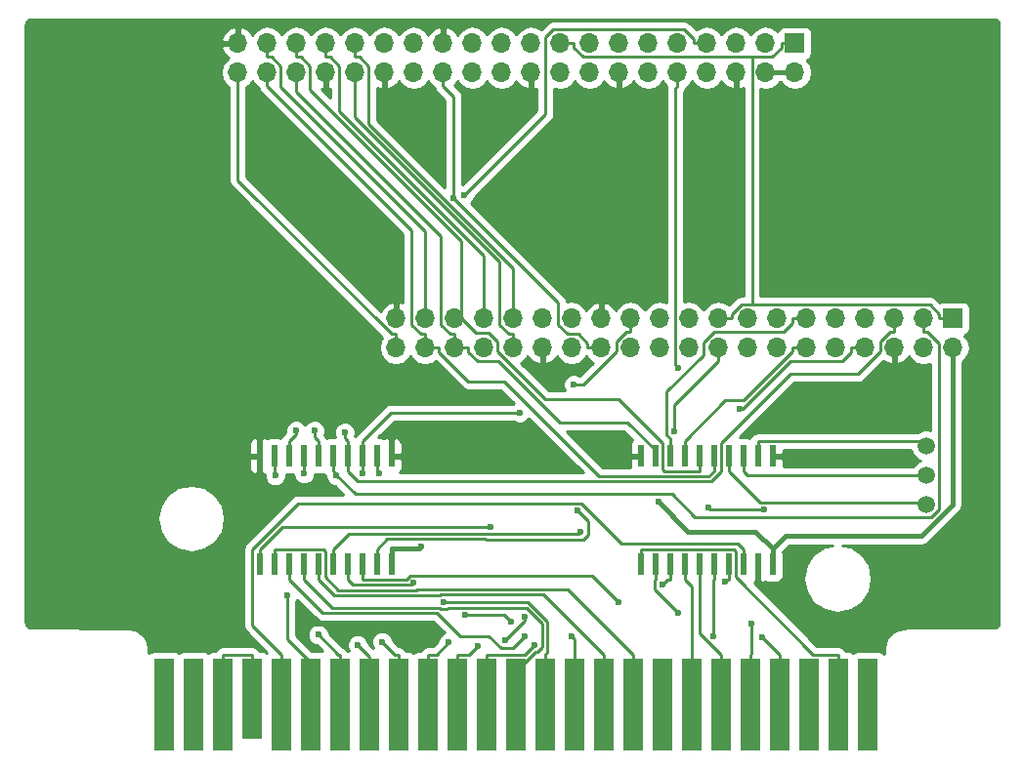
<source format=gbr>
G04 #@! TF.FileFunction,Copper,L1,Top,Mixed*
%FSLAX46Y46*%
G04 Gerber Fmt 4.6, Leading zero omitted, Abs format (unit mm)*
G04 Created by KiCad (PCBNEW 4.0.7) date 03/01/18 16:35:59*
%MOMM*%
%LPD*%
G01*
G04 APERTURE LIST*
%ADD10C,0.100000*%
%ADD11R,1.700000X1.700000*%
%ADD12O,1.700000X1.700000*%
%ADD13R,1.800000X8.000000*%
%ADD14R,1.800000X7.000000*%
%ADD15R,0.600000X1.950000*%
%ADD16C,1.500000*%
%ADD17C,0.600000*%
%ADD18C,0.250000*%
%ADD19C,0.400000*%
%ADD20C,0.254000*%
G04 APERTURE END LIST*
D10*
D11*
X181635000Y-52451000D03*
D12*
X181635000Y-54991000D03*
X179095000Y-52451000D03*
X179095000Y-54991000D03*
X176555000Y-52451000D03*
X176555000Y-54991000D03*
X174015000Y-52451000D03*
X174015000Y-54991000D03*
X171475000Y-52451000D03*
X171475000Y-54991000D03*
X168935000Y-52451000D03*
X168935000Y-54991000D03*
X166395000Y-52451000D03*
X166395000Y-54991000D03*
X163855000Y-52451000D03*
X163855000Y-54991000D03*
X161315000Y-52451000D03*
X161315000Y-54991000D03*
X158775000Y-52451000D03*
X158775000Y-54991000D03*
X156235000Y-52451000D03*
X156235000Y-54991000D03*
X153695000Y-52451000D03*
X153695000Y-54991000D03*
X151155000Y-52451000D03*
X151155000Y-54991000D03*
X148615000Y-52451000D03*
X148615000Y-54991000D03*
X146075000Y-52451000D03*
X146075000Y-54991000D03*
X143535000Y-52451000D03*
X143535000Y-54991000D03*
X140995000Y-52451000D03*
X140995000Y-54991000D03*
X138455000Y-52451000D03*
X138455000Y-54991000D03*
X135915000Y-52451000D03*
X135915000Y-54991000D03*
X133375000Y-52451000D03*
X133375000Y-54991000D03*
D11*
X195326000Y-76327000D03*
D12*
X195326000Y-78867000D03*
X192786000Y-76327000D03*
X192786000Y-78867000D03*
X190246000Y-76327000D03*
X190246000Y-78867000D03*
X187706000Y-76327000D03*
X187706000Y-78867000D03*
X185166000Y-76327000D03*
X185166000Y-78867000D03*
X182626000Y-76327000D03*
X182626000Y-78867000D03*
X180086000Y-76327000D03*
X180086000Y-78867000D03*
X177546000Y-76327000D03*
X177546000Y-78867000D03*
X175006000Y-76327000D03*
X175006000Y-78867000D03*
X172466000Y-76327000D03*
X172466000Y-78867000D03*
X169926000Y-76327000D03*
X169926000Y-78867000D03*
X167386000Y-76327000D03*
X167386000Y-78867000D03*
X164846000Y-76327000D03*
X164846000Y-78867000D03*
X162306000Y-76327000D03*
X162306000Y-78867000D03*
X159766000Y-76327000D03*
X159766000Y-78867000D03*
X157226000Y-76327000D03*
X157226000Y-78867000D03*
X154686000Y-76327000D03*
X154686000Y-78867000D03*
X152146000Y-76327000D03*
X152146000Y-78867000D03*
X149606000Y-76327000D03*
X149606000Y-78867000D03*
X147066000Y-76327000D03*
X147066000Y-78867000D03*
D13*
X187949840Y-109827440D03*
X185409840Y-109827440D03*
X182869840Y-109827440D03*
X180329840Y-109827440D03*
X177789840Y-109827440D03*
X175249840Y-109827440D03*
X172709840Y-109827440D03*
X170169840Y-109827440D03*
X167629840Y-109827440D03*
X165089840Y-109827440D03*
X162549840Y-109827440D03*
X160009840Y-109827440D03*
X157469840Y-109827440D03*
X154929840Y-109827440D03*
X152389840Y-109827440D03*
X149849840Y-109827440D03*
X147309840Y-109827440D03*
X144769840Y-109827440D03*
X142229840Y-109827440D03*
X139689840Y-109827440D03*
X137149840Y-109827440D03*
D14*
X134604760Y-109334680D03*
D13*
X132069840Y-109827440D03*
X129529840Y-109827440D03*
X126989840Y-109827440D03*
D15*
X179705000Y-88264000D03*
X178435000Y-88264000D03*
X177165000Y-88264000D03*
X175895000Y-88264000D03*
X174625000Y-88264000D03*
X173355000Y-88264000D03*
X172085000Y-88264000D03*
X170815000Y-88264000D03*
X169545000Y-88264000D03*
X168275000Y-88264000D03*
X168275000Y-97664000D03*
X169545000Y-97664000D03*
X170815000Y-97664000D03*
X172085000Y-97664000D03*
X173355000Y-97664000D03*
X174625000Y-97664000D03*
X175895000Y-97664000D03*
X177165000Y-97664000D03*
X178435000Y-97664000D03*
X179705000Y-97664000D03*
X146685000Y-88264000D03*
X145415000Y-88264000D03*
X144145000Y-88264000D03*
X142875000Y-88264000D03*
X141605000Y-88264000D03*
X140335000Y-88264000D03*
X139065000Y-88264000D03*
X137795000Y-88264000D03*
X136525000Y-88264000D03*
X135255000Y-88264000D03*
X135255000Y-97664000D03*
X136525000Y-97664000D03*
X137795000Y-97664000D03*
X139065000Y-97664000D03*
X140335000Y-97664000D03*
X141605000Y-97664000D03*
X142875000Y-97664000D03*
X144145000Y-97664000D03*
X145415000Y-97664000D03*
X146685000Y-97664000D03*
D16*
X193040000Y-92456000D03*
X193040000Y-89916000D03*
X193040000Y-87376000D03*
D17*
X133604000Y-103632000D03*
X148844000Y-102870000D03*
X138684000Y-102870000D03*
X179705000Y-88264000D03*
X165354000Y-87884000D03*
X149258000Y-96092200D03*
X169796000Y-92230100D03*
X142634900Y-86209100D03*
X152989000Y-65629600D03*
X139118900Y-89788900D03*
X136612500Y-89953000D03*
X138422000Y-86041500D03*
X152074100Y-65907300D03*
X144137500Y-89783800D03*
X157811200Y-84485100D03*
X145619000Y-89801300D03*
X141927300Y-89953000D03*
X140012700Y-86041500D03*
X178795300Y-103969200D03*
X177879100Y-102786100D03*
X171540900Y-101830500D03*
X174565500Y-103930700D03*
X170141200Y-99418800D03*
X166374400Y-100944700D03*
X163089500Y-94828500D03*
X162301300Y-103911300D03*
X158208200Y-103895800D03*
X148565000Y-99282900D03*
X151237500Y-100901900D03*
X155281700Y-94415300D03*
X153110000Y-102055100D03*
X157018800Y-102654500D03*
X158249500Y-102197600D03*
X156563300Y-104276900D03*
X159094400Y-104626700D03*
X154211200Y-104724900D03*
X151641900Y-104448800D03*
X145879100Y-104377900D03*
X143764000Y-104648000D03*
X140340900Y-103759600D03*
X137668000Y-100330000D03*
X162478000Y-82081400D03*
X171508100Y-80637800D03*
X176843800Y-84179000D03*
X175586500Y-99157900D03*
X174113200Y-92690300D03*
X178945000Y-92919300D03*
X171191300Y-86163300D03*
X162844100Y-93015000D03*
D18*
X148082000Y-102870000D02*
X148844000Y-102870000D01*
X138684000Y-102870000D02*
X148082000Y-102870000D01*
X168275000Y-88264000D02*
X165990000Y-88264000D01*
X165610000Y-87884000D02*
X165354000Y-87884000D01*
X165990000Y-88264000D02*
X165610000Y-87884000D01*
D19*
X179095000Y-54991000D02*
X181635000Y-54991000D01*
X149061500Y-96288700D02*
X149258000Y-96092200D01*
X146685000Y-96288700D02*
X149061500Y-96288700D01*
X146685000Y-97664000D02*
X146685000Y-96288700D01*
X179705000Y-97664000D02*
X179705000Y-96412700D01*
X179705000Y-96412700D02*
X179705000Y-96288700D01*
X195326000Y-92458400D02*
X195326000Y-78867000D01*
X192605100Y-95179300D02*
X195326000Y-92458400D01*
X180814400Y-95179300D02*
X192605100Y-95179300D01*
X179705000Y-96288700D02*
X180814400Y-95179300D01*
X178241600Y-94825300D02*
X179705000Y-96288700D01*
X172391200Y-94825300D02*
X178241600Y-94825300D01*
X169796000Y-92230100D02*
X172391200Y-94825300D01*
D18*
X142634900Y-86723600D02*
X142634900Y-86209100D01*
X142875000Y-86963700D02*
X142634900Y-86723600D01*
X142875000Y-87613800D02*
X142875000Y-86963700D01*
X190246000Y-76327000D02*
X190246000Y-77502300D01*
X142875000Y-87613800D02*
X142875000Y-88264000D01*
X189878600Y-77502300D02*
X190246000Y-77502300D01*
X189070700Y-78310200D02*
X189878600Y-77502300D01*
X189070700Y-79188600D02*
X189070700Y-78310200D01*
X187111200Y-81148100D02*
X189070700Y-79188600D01*
X181267800Y-81148100D02*
X187111200Y-81148100D01*
X175250400Y-87165500D02*
X181267800Y-81148100D01*
X175250400Y-89606000D02*
X175250400Y-87165500D01*
X174379800Y-90476600D02*
X175250400Y-89606000D01*
X143787300Y-90476600D02*
X174379800Y-90476600D01*
X142875000Y-89564300D02*
X143787300Y-90476600D01*
X142875000Y-88264000D02*
X142875000Y-89564300D01*
X172839700Y-52083600D02*
X172839700Y-52451000D01*
X172031800Y-51275700D02*
X172839700Y-52083600D01*
X160729100Y-51275700D02*
X172031800Y-51275700D01*
X160045000Y-51959800D02*
X160729100Y-51275700D01*
X160045000Y-58573600D02*
X160045000Y-51959800D01*
X152989000Y-65629600D02*
X160045000Y-58573600D01*
X174015000Y-52451000D02*
X172839700Y-52451000D01*
X139118900Y-89618200D02*
X139118900Y-89788900D01*
X139065000Y-89564300D02*
X139118900Y-89618200D01*
X139065000Y-88264000D02*
X139065000Y-89564300D01*
X136612500Y-89651800D02*
X136612500Y-89953000D01*
X136525000Y-89564300D02*
X136612500Y-89651800D01*
X136525000Y-88264000D02*
X136525000Y-89564300D01*
X143535000Y-52451000D02*
X143535000Y-53626300D01*
X157226000Y-71943500D02*
X157226000Y-76327000D01*
X144710300Y-59427800D02*
X157226000Y-71943500D01*
X144710300Y-54434200D02*
X144710300Y-59427800D01*
X143902400Y-53626300D02*
X144710300Y-54434200D01*
X143535000Y-53626300D02*
X143902400Y-53626300D01*
X164846000Y-78867000D02*
X163670700Y-78867000D01*
X138422000Y-86336700D02*
X138422000Y-86041500D01*
X137795000Y-86963700D02*
X138422000Y-86336700D01*
X137795000Y-88264000D02*
X137795000Y-86963700D01*
X152074100Y-57085400D02*
X151155000Y-56166300D01*
X152074100Y-65907300D02*
X152074100Y-57085400D01*
X163670700Y-78499600D02*
X163670700Y-78867000D01*
X162862800Y-77691700D02*
X163670700Y-78499600D01*
X161969700Y-77691700D02*
X162862800Y-77691700D01*
X161130600Y-76852600D02*
X161969700Y-77691700D01*
X161130600Y-74963800D02*
X161130600Y-76852600D01*
X152074100Y-65907300D02*
X161130600Y-74963800D01*
X151155000Y-54991000D02*
X151155000Y-56166300D01*
X144145000Y-88264000D02*
X144145000Y-89564300D01*
X144145000Y-88264000D02*
X144145000Y-86963700D01*
X144137500Y-89571800D02*
X144137500Y-89783800D01*
X144145000Y-89564300D02*
X144137500Y-89571800D01*
X157811200Y-84485200D02*
X157811200Y-84485100D01*
X146623500Y-84485200D02*
X157811200Y-84485200D01*
X144145000Y-86963700D02*
X146623500Y-84485200D01*
X145415000Y-88264000D02*
X145415000Y-89564300D01*
X145619000Y-89768300D02*
X145619000Y-89801300D01*
X145415000Y-89564300D02*
X145619000Y-89768300D01*
X141605000Y-88264000D02*
X141605000Y-89564300D01*
X192786000Y-76327000D02*
X192786000Y-77502300D01*
X141927300Y-89886600D02*
X141927300Y-89953000D01*
X141605000Y-89564300D02*
X141927300Y-89886600D01*
X143550000Y-91575700D02*
X141927300Y-89953000D01*
X171026900Y-91575700D02*
X143550000Y-91575700D01*
X172995800Y-93544600D02*
X171026900Y-91575700D01*
X193493000Y-93544600D02*
X172995800Y-93544600D01*
X194150600Y-92887000D02*
X193493000Y-93544600D01*
X194150600Y-78499600D02*
X194150600Y-92887000D01*
X193153300Y-77502300D02*
X194150600Y-78499600D01*
X192786000Y-77502300D02*
X193153300Y-77502300D01*
X140012700Y-86641400D02*
X140012700Y-86041500D01*
X140335000Y-86963700D02*
X140012700Y-86641400D01*
X140335000Y-88264000D02*
X140335000Y-86963700D01*
X180328200Y-105502100D02*
X180329800Y-105502100D01*
X178795300Y-103969200D02*
X180328200Y-105502100D01*
X180329800Y-109827400D02*
X180329800Y-105502100D01*
X177879100Y-105412800D02*
X177789800Y-105502100D01*
X177879100Y-102786100D02*
X177879100Y-105412800D01*
X177789800Y-109827400D02*
X177789800Y-105502100D01*
X169515800Y-99805400D02*
X171540900Y-101830500D01*
X169515800Y-98993500D02*
X169515800Y-99805400D01*
X169545000Y-98964300D02*
X169515800Y-98993500D01*
X169545000Y-97664000D02*
X169545000Y-98964300D01*
X173355000Y-103607300D02*
X175249800Y-105502100D01*
X173355000Y-97664000D02*
X173355000Y-103607300D01*
X175249800Y-109827400D02*
X175249800Y-105502100D01*
X174625000Y-97664000D02*
X174625000Y-98964300D01*
X174565500Y-99023800D02*
X174565500Y-103930700D01*
X174625000Y-98964300D02*
X174565500Y-99023800D01*
X172709800Y-109827400D02*
X172709800Y-105502100D01*
X172709800Y-99589100D02*
X172085000Y-98964300D01*
X172709800Y-105502100D02*
X172709800Y-99589100D01*
X172085000Y-97664000D02*
X172085000Y-98964300D01*
X170595700Y-98964300D02*
X170141200Y-99418800D01*
X170815000Y-98964300D02*
X170595700Y-98964300D01*
X170815000Y-97664000D02*
X170815000Y-98964300D01*
X144145000Y-97664000D02*
X144145000Y-98964300D01*
X147999300Y-98964300D02*
X144145000Y-98964300D01*
X148306000Y-98657600D02*
X147999300Y-98964300D01*
X164087300Y-98657600D02*
X148306000Y-98657600D01*
X166374400Y-100944700D02*
X164087300Y-98657600D01*
X136525000Y-97664000D02*
X136525000Y-96363700D01*
X167629800Y-109827400D02*
X167629800Y-105502100D01*
X140812000Y-96363700D02*
X136525000Y-96363700D01*
X140960400Y-96512100D02*
X140812000Y-96363700D01*
X140960400Y-98773800D02*
X140960400Y-96512100D01*
X142094800Y-99908200D02*
X140960400Y-98773800D01*
X148824100Y-99908200D02*
X142094800Y-99908200D01*
X148906000Y-99826300D02*
X148824100Y-99908200D01*
X161954000Y-99826300D02*
X148906000Y-99826300D01*
X167629800Y-105502100D02*
X161954000Y-99826300D01*
X141605000Y-97664000D02*
X141605000Y-96363700D01*
X162877400Y-95040600D02*
X163089500Y-94828500D01*
X155022700Y-95040600D02*
X162877400Y-95040600D01*
X154969700Y-94987600D02*
X155022700Y-95040600D01*
X142981100Y-94987600D02*
X154969700Y-94987600D01*
X141605000Y-96363700D02*
X142981100Y-94987600D01*
X140335000Y-97664000D02*
X140335000Y-98964300D01*
X165089800Y-109827400D02*
X165089800Y-105502100D01*
X141744700Y-100374000D02*
X140335000Y-98964300D01*
X150881100Y-100374000D02*
X141744700Y-100374000D01*
X150978500Y-100276600D02*
X150881100Y-100374000D01*
X159864300Y-100276600D02*
X150978500Y-100276600D01*
X165089800Y-105502100D02*
X159864300Y-100276600D01*
X162549800Y-104159800D02*
X162301300Y-103911300D01*
X162549800Y-105502100D02*
X162549800Y-104159800D01*
X162549800Y-109827400D02*
X162549800Y-105502100D01*
X157201700Y-104902300D02*
X158208200Y-103895800D01*
X156163200Y-104902300D02*
X157201700Y-104902300D01*
X155137700Y-103876800D02*
X156163200Y-104902300D01*
X152623400Y-103876800D02*
X155137700Y-103876800D01*
X150629200Y-101882600D02*
X152623400Y-103876800D01*
X140713300Y-101882600D02*
X150629200Y-101882600D01*
X137795000Y-98964300D02*
X140713300Y-101882600D01*
X137795000Y-97664000D02*
X137795000Y-98964300D01*
X148433200Y-99414700D02*
X148565000Y-99282900D01*
X143325400Y-99414700D02*
X148433200Y-99414700D01*
X142875000Y-98964300D02*
X143325400Y-99414700D01*
X158497800Y-100901900D02*
X151237500Y-100901900D01*
X160213800Y-102617900D02*
X158497800Y-100901900D01*
X160213800Y-105298100D02*
X160213800Y-102617900D01*
X160009800Y-105502100D02*
X160213800Y-105298100D01*
X160009800Y-109827400D02*
X160009800Y-105502100D01*
X142875000Y-97664000D02*
X142875000Y-98964300D01*
X137203400Y-94415300D02*
X155281700Y-94415300D01*
X135255000Y-96363700D02*
X137203400Y-94415300D01*
X156419400Y-102055100D02*
X157018800Y-102654500D01*
X153110000Y-102055100D02*
X156419400Y-102055100D01*
X135255000Y-97664000D02*
X135255000Y-96363700D01*
X139065000Y-97664000D02*
X139065000Y-98964300D01*
X157469800Y-106946100D02*
X157469800Y-109827400D01*
X159163900Y-105252000D02*
X157469800Y-106946100D01*
X159353500Y-105252000D02*
X159163900Y-105252000D01*
X159751100Y-104854400D02*
X159353500Y-105252000D01*
X159751100Y-102814800D02*
X159751100Y-104854400D01*
X158366100Y-101429800D02*
X159751100Y-102814800D01*
X151594000Y-101429800D02*
X158366100Y-101429800D01*
X151496600Y-101527200D02*
X151594000Y-101429800D01*
X150978500Y-101527200D02*
X151496600Y-101527200D01*
X150881100Y-101429800D02*
X150978500Y-101527200D01*
X141530500Y-101429800D02*
X150881100Y-101429800D01*
X139065000Y-98964300D02*
X141530500Y-101429800D01*
X158249500Y-102590700D02*
X156563300Y-104276900D01*
X158249500Y-102197600D02*
X158249500Y-102590700D01*
X158219000Y-105502100D02*
X154929800Y-105502100D01*
X159094400Y-104626700D02*
X158219000Y-105502100D01*
X154929800Y-109827400D02*
X154929800Y-105502100D01*
X153434000Y-105502100D02*
X152389800Y-105502100D01*
X154211200Y-104724900D02*
X153434000Y-105502100D01*
X152389800Y-109827400D02*
X152389800Y-105502100D01*
X150588600Y-105502100D02*
X149849800Y-105502100D01*
X151641900Y-104448800D02*
X150588600Y-105502100D01*
X149849800Y-109827400D02*
X149849800Y-105502100D01*
X147003300Y-105502100D02*
X147309800Y-105502100D01*
X145879100Y-104377900D02*
X147003300Y-105502100D01*
X147309800Y-109827400D02*
X147309800Y-105502100D01*
X144769840Y-105653840D02*
X144769840Y-109827440D01*
X143764000Y-104648000D02*
X144769840Y-105653840D01*
X142083400Y-105502100D02*
X142229800Y-105502100D01*
X140340900Y-103759600D02*
X142083400Y-105502100D01*
X142229800Y-109827400D02*
X142229800Y-105502100D01*
X137668000Y-104140000D02*
X137668000Y-100330000D01*
X139689840Y-106161840D02*
X137668000Y-104140000D01*
X139689840Y-109827440D02*
X139689840Y-106161840D01*
X177165000Y-97664000D02*
X177165000Y-96363700D01*
X134629600Y-102981900D02*
X137149800Y-105502100D01*
X134629600Y-96326100D02*
X134629600Y-102981900D01*
X138603500Y-92352200D02*
X134629600Y-96326100D01*
X163147300Y-92352200D02*
X138603500Y-92352200D01*
X166657100Y-95862000D02*
X163147300Y-92352200D01*
X176663300Y-95862000D02*
X166657100Y-95862000D01*
X177165000Y-96363700D02*
X176663300Y-95862000D01*
X137149800Y-109827400D02*
X137149800Y-105502100D01*
X181635000Y-52451000D02*
X180459700Y-52451000D01*
X161315000Y-52451000D02*
X162490300Y-52451000D01*
X175006000Y-76327000D02*
X176181300Y-76327000D01*
X195326000Y-76327000D02*
X194150700Y-76327000D01*
X176989300Y-75151700D02*
X177919600Y-75151700D01*
X176181300Y-75959700D02*
X176989300Y-75151700D01*
X176181300Y-76327000D02*
X176181300Y-75959700D01*
X194150700Y-75959600D02*
X194150700Y-76327000D01*
X193342800Y-75151700D02*
X194150700Y-75959600D01*
X177919600Y-75151700D02*
X193342800Y-75151700D01*
X177919600Y-75151700D02*
X177919600Y-53626300D01*
X179651700Y-53626300D02*
X177919600Y-53626300D01*
X180459700Y-52818300D02*
X179651700Y-53626300D01*
X180459700Y-52451000D02*
X180459700Y-52818300D01*
X162490300Y-52818400D02*
X162490300Y-52451000D01*
X163298200Y-53626300D02*
X162490300Y-52818400D01*
X177919600Y-53626300D02*
X163298200Y-53626300D01*
X167018600Y-77502300D02*
X167386000Y-77502300D01*
X166210700Y-78310200D02*
X167018600Y-77502300D01*
X166210700Y-79165300D02*
X166210700Y-78310200D01*
X163294600Y-82081400D02*
X166210700Y-79165300D01*
X162478000Y-82081400D02*
X163294600Y-82081400D01*
X167386000Y-76327000D02*
X167386000Y-77502300D01*
X171475000Y-54991000D02*
X171475000Y-56166300D01*
X171265700Y-56375600D02*
X171475000Y-56166300D01*
X171265700Y-80395400D02*
X171265700Y-56375600D01*
X171508100Y-80637800D02*
X171265700Y-80395400D01*
X157226000Y-78867000D02*
X157226000Y-77691700D01*
X156858600Y-77691700D02*
X157226000Y-77691700D01*
X156050700Y-76883800D02*
X156858600Y-77691700D01*
X156050700Y-71405100D02*
X156050700Y-76883800D01*
X143535000Y-58889400D02*
X156050700Y-71405100D01*
X143535000Y-54991000D02*
X143535000Y-58889400D01*
X140995000Y-52451000D02*
X140995000Y-53626300D01*
X154686000Y-70898400D02*
X154686000Y-76327000D01*
X142170300Y-58382700D02*
X154686000Y-70898400D01*
X142170300Y-54434200D02*
X142170300Y-58382700D01*
X141362400Y-53626300D02*
X142170300Y-54434200D01*
X140995000Y-53626300D02*
X141362400Y-53626300D01*
X186530700Y-79234400D02*
X186530700Y-78867000D01*
X185722800Y-80042300D02*
X186530700Y-79234400D01*
X181266300Y-80042300D02*
X185722800Y-80042300D01*
X177129600Y-84179000D02*
X181266300Y-80042300D01*
X176843800Y-84179000D02*
X177129600Y-84179000D01*
X187706000Y-78867000D02*
X186530700Y-78867000D01*
X183246100Y-105502100D02*
X185409800Y-105502100D01*
X176520400Y-98776400D02*
X183246100Y-105502100D01*
X176520400Y-96554300D02*
X176520400Y-98776400D01*
X176329800Y-96363700D02*
X176520400Y-96554300D01*
X168275000Y-96363700D02*
X176329800Y-96363700D01*
X168275000Y-97664000D02*
X168275000Y-96363700D01*
X185409800Y-109827400D02*
X185409800Y-105502100D01*
X134597500Y-105502100D02*
X134604800Y-105509400D01*
X132069800Y-105502100D02*
X134597500Y-105502100D01*
X132069800Y-109827400D02*
X132069800Y-105502100D01*
X134604800Y-109334700D02*
X134604800Y-105509400D01*
X175780100Y-98964300D02*
X175586500Y-99157900D01*
X175895000Y-98964300D02*
X175780100Y-98964300D01*
X175895000Y-97664000D02*
X175895000Y-98964300D01*
X181450700Y-76694400D02*
X181450700Y-76327000D01*
X180642800Y-77502300D02*
X181450700Y-76694400D01*
X174693700Y-77502300D02*
X180642800Y-77502300D01*
X173736000Y-78460000D02*
X174693700Y-77502300D01*
X173736000Y-79497200D02*
X173736000Y-78460000D01*
X170547100Y-82686100D02*
X173736000Y-79497200D01*
X170547100Y-86458900D02*
X170547100Y-82686100D01*
X170815000Y-86726800D02*
X170547100Y-86458900D01*
X170815000Y-88264000D02*
X170815000Y-86726800D01*
X182626000Y-76327000D02*
X181450700Y-76327000D01*
X175609600Y-83439100D02*
X172085000Y-86963700D01*
X177212700Y-83439100D02*
X175609600Y-83439100D01*
X181450700Y-79201100D02*
X177212700Y-83439100D01*
X181450700Y-78867000D02*
X181450700Y-79201100D01*
X182626000Y-78867000D02*
X181450700Y-78867000D01*
X172085000Y-88264000D02*
X172085000Y-86963700D01*
X174342200Y-92919300D02*
X174113200Y-92690300D01*
X178945000Y-92919300D02*
X174342200Y-92919300D01*
X171191300Y-83857000D02*
X175006000Y-80042300D01*
X171191300Y-86163300D02*
X171191300Y-83857000D01*
X175006000Y-78867000D02*
X175006000Y-80042300D01*
X145415000Y-97664000D02*
X145415000Y-96363700D01*
X163756000Y-93926900D02*
X162844100Y-93015000D01*
X163756000Y-95076800D02*
X163756000Y-93926900D01*
X163341900Y-95490900D02*
X163756000Y-95076800D01*
X154836100Y-95490900D02*
X163341900Y-95490900D01*
X154811900Y-95466700D02*
X154836100Y-95490900D01*
X146312000Y-95466700D02*
X154811900Y-95466700D01*
X145415000Y-96363700D02*
X146312000Y-95466700D01*
X152146000Y-76327000D02*
X152733700Y-76327000D01*
X138455000Y-52451000D02*
X138455000Y-53626300D01*
X154003700Y-77597000D02*
X152733700Y-76327000D01*
X155117000Y-77597000D02*
X154003700Y-77597000D01*
X155861400Y-78341400D02*
X155117000Y-77597000D01*
X155861400Y-79182300D02*
X155861400Y-78341400D01*
X160003800Y-83324700D02*
X155861400Y-79182300D01*
X166389200Y-83324700D02*
X160003800Y-83324700D01*
X170189600Y-87125100D02*
X166389200Y-83324700D01*
X170189600Y-89431200D02*
X170189600Y-87125100D01*
X170322700Y-89564300D02*
X170189600Y-89431200D01*
X173355000Y-89564300D02*
X170322700Y-89564300D01*
X173355000Y-88264000D02*
X173355000Y-89564300D01*
X152733700Y-69583000D02*
X152733700Y-76327000D01*
X139630300Y-56479600D02*
X152733700Y-69583000D01*
X139630300Y-54434200D02*
X139630300Y-56479600D01*
X138822400Y-53626300D02*
X139630300Y-54434200D01*
X138455000Y-53626300D02*
X138822400Y-53626300D01*
X138455000Y-56670700D02*
X138455000Y-54991000D01*
X150970700Y-69186400D02*
X138455000Y-56670700D01*
X150970700Y-76883800D02*
X150970700Y-69186400D01*
X151778600Y-77691700D02*
X150970700Y-76883800D01*
X152146000Y-77691700D02*
X151778600Y-77691700D01*
X152146000Y-78867000D02*
X152146000Y-77691700D01*
X153321300Y-79234400D02*
X153321300Y-78867000D01*
X154129200Y-80042300D02*
X153321300Y-79234400D01*
X155943000Y-80042300D02*
X154129200Y-80042300D01*
X161250800Y-85350100D02*
X155943000Y-80042300D01*
X167132700Y-85350100D02*
X161250800Y-85350100D01*
X169545000Y-87762400D02*
X167132700Y-85350100D01*
X169545000Y-88264000D02*
X169545000Y-87762400D01*
X152146000Y-78867000D02*
X153321300Y-78867000D01*
X136282400Y-53626300D02*
X135915000Y-53626300D01*
X137090300Y-54434200D02*
X136282400Y-53626300D01*
X137090300Y-56221900D02*
X137090300Y-54434200D01*
X149606000Y-68737600D02*
X137090300Y-56221900D01*
X149606000Y-76327000D02*
X149606000Y-68737600D01*
X135915000Y-52451000D02*
X135915000Y-53626300D01*
X148430700Y-68682000D02*
X135915000Y-56166300D01*
X148430700Y-76883800D02*
X148430700Y-68682000D01*
X149238600Y-77691700D02*
X148430700Y-76883800D01*
X149606000Y-77691700D02*
X149238600Y-77691700D01*
X135915000Y-54991000D02*
X135915000Y-56166300D01*
X149606000Y-78867000D02*
X149606000Y-77691700D01*
X150781300Y-79234300D02*
X150781300Y-78867000D01*
X153326200Y-81779200D02*
X150781300Y-79234300D01*
X156450900Y-81779200D02*
X153326200Y-81779200D01*
X164692100Y-90020400D02*
X156450900Y-81779200D01*
X174168900Y-90020400D02*
X164692100Y-90020400D01*
X174625000Y-89564300D02*
X174168900Y-90020400D01*
X174625000Y-88264000D02*
X174625000Y-89564300D01*
X149606000Y-78867000D02*
X150781300Y-78867000D01*
X133375000Y-64368000D02*
X133375000Y-54991000D01*
X146698700Y-77691700D02*
X133375000Y-64368000D01*
X147066000Y-77691700D02*
X146698700Y-77691700D01*
X147066000Y-78867000D02*
X147066000Y-77691700D01*
X192627700Y-86963700D02*
X178435000Y-86963700D01*
X193040000Y-87376000D02*
X192627700Y-86963700D01*
X178435000Y-88264000D02*
X178435000Y-86963700D01*
X177516700Y-89916000D02*
X177165000Y-89564300D01*
X193040000Y-89916000D02*
X177516700Y-89916000D01*
X177165000Y-88264000D02*
X177165000Y-89564300D01*
X175895000Y-88264000D02*
X175895000Y-89564300D01*
X178603500Y-92272800D02*
X175895000Y-89564300D01*
X192856800Y-92272800D02*
X178603500Y-92272800D01*
X193040000Y-92456000D02*
X192856800Y-92272800D01*
D20*
G36*
X199042377Y-50412811D02*
X199178341Y-50503658D01*
X199269189Y-50639622D01*
X199315000Y-50869931D01*
X199315000Y-102673069D01*
X199269189Y-102903378D01*
X199178341Y-103039342D01*
X199042377Y-103130189D01*
X198812073Y-103176000D01*
X191223900Y-103176000D01*
X191155313Y-103189643D01*
X191085385Y-103189643D01*
X190647978Y-103276649D01*
X190433538Y-103365473D01*
X190392038Y-103382663D01*
X190021222Y-103630433D01*
X189912157Y-103739499D01*
X189825333Y-103826323D01*
X189577562Y-104197138D01*
X189539128Y-104289927D01*
X189471548Y-104453079D01*
X189384543Y-104890485D01*
X189384543Y-104960413D01*
X189370900Y-105029000D01*
X189370900Y-105464533D01*
X189313930Y-105375999D01*
X189101730Y-105231009D01*
X188849840Y-105180000D01*
X187049840Y-105180000D01*
X186814523Y-105224278D01*
X186679263Y-105311316D01*
X186561730Y-105231009D01*
X186309840Y-105180000D01*
X186091060Y-105180000D01*
X185947201Y-104964699D01*
X185700639Y-104799952D01*
X185409800Y-104742100D01*
X183560902Y-104742100D01*
X178092802Y-99274000D01*
X178149250Y-99274000D01*
X178308000Y-99115250D01*
X178308000Y-97791000D01*
X178288000Y-97791000D01*
X178288000Y-97537000D01*
X178308000Y-97537000D01*
X178308000Y-97517000D01*
X178562000Y-97517000D01*
X178562000Y-97537000D01*
X178582000Y-97537000D01*
X178582000Y-97791000D01*
X178562000Y-97791000D01*
X178562000Y-99115250D01*
X178720750Y-99274000D01*
X178861310Y-99274000D01*
X179078122Y-99184194D01*
X179153110Y-99235431D01*
X179405000Y-99286440D01*
X180005000Y-99286440D01*
X180240317Y-99242162D01*
X180456441Y-99103090D01*
X180601431Y-98890890D01*
X180652440Y-98639000D01*
X180652440Y-96689000D01*
X180626013Y-96548555D01*
X181160268Y-96014300D01*
X184904079Y-96014300D01*
X184207970Y-96152765D01*
X183245060Y-96796160D01*
X182601665Y-97759070D01*
X182375734Y-98894900D01*
X182601665Y-100030730D01*
X183245060Y-100993640D01*
X184207970Y-101637035D01*
X185343800Y-101862966D01*
X186479630Y-101637035D01*
X187442540Y-100993640D01*
X188085935Y-100030730D01*
X188311866Y-98894900D01*
X188085935Y-97759070D01*
X187442540Y-96796160D01*
X186479630Y-96152765D01*
X185783521Y-96014300D01*
X192605100Y-96014300D01*
X192924641Y-95950739D01*
X193195534Y-95769734D01*
X195916434Y-93048834D01*
X196097440Y-92777940D01*
X196161000Y-92458400D01*
X196161000Y-80089841D01*
X196376054Y-79946147D01*
X196697961Y-79464378D01*
X196811000Y-78896093D01*
X196811000Y-78837907D01*
X196697961Y-78269622D01*
X196376054Y-77787853D01*
X196374821Y-77787029D01*
X196411317Y-77780162D01*
X196627441Y-77641090D01*
X196772431Y-77428890D01*
X196823440Y-77177000D01*
X196823440Y-75477000D01*
X196779162Y-75241683D01*
X196640090Y-75025559D01*
X196427890Y-74880569D01*
X196176000Y-74829560D01*
X194476000Y-74829560D01*
X194240683Y-74873838D01*
X194179263Y-74913361D01*
X193880201Y-74614299D01*
X193633639Y-74449552D01*
X193342800Y-74391700D01*
X178679600Y-74391700D01*
X178679600Y-56422465D01*
X179095000Y-56505093D01*
X179663285Y-56392054D01*
X180145054Y-56070147D01*
X180308187Y-55826000D01*
X180421813Y-55826000D01*
X180584946Y-56070147D01*
X181066715Y-56392054D01*
X181635000Y-56505093D01*
X182203285Y-56392054D01*
X182685054Y-56070147D01*
X183006961Y-55588378D01*
X183120000Y-55020093D01*
X183120000Y-54961907D01*
X183006961Y-54393622D01*
X182685054Y-53911853D01*
X182683821Y-53911029D01*
X182720317Y-53904162D01*
X182936441Y-53765090D01*
X183081431Y-53552890D01*
X183132440Y-53301000D01*
X183132440Y-51601000D01*
X183088162Y-51365683D01*
X182949090Y-51149559D01*
X182736890Y-51004569D01*
X182485000Y-50953560D01*
X180785000Y-50953560D01*
X180549683Y-50997838D01*
X180333559Y-51136910D01*
X180188569Y-51349110D01*
X180174914Y-51416541D01*
X180145054Y-51371853D01*
X179663285Y-51049946D01*
X179095000Y-50936907D01*
X178526715Y-51049946D01*
X178044946Y-51371853D01*
X177825000Y-51701026D01*
X177605054Y-51371853D01*
X177123285Y-51049946D01*
X176555000Y-50936907D01*
X175986715Y-51049946D01*
X175504946Y-51371853D01*
X175285000Y-51701026D01*
X175065054Y-51371853D01*
X174583285Y-51049946D01*
X174015000Y-50936907D01*
X173446715Y-51049946D01*
X173107502Y-51276600D01*
X172569201Y-50738299D01*
X172322639Y-50573552D01*
X172031800Y-50515700D01*
X160729100Y-50515700D01*
X160438261Y-50573552D01*
X160438259Y-50573553D01*
X160438260Y-50573553D01*
X160191698Y-50738299D01*
X159665053Y-51264944D01*
X159343285Y-51049946D01*
X158775000Y-50936907D01*
X158206715Y-51049946D01*
X157724946Y-51371853D01*
X157505000Y-51701026D01*
X157285054Y-51371853D01*
X156803285Y-51049946D01*
X156235000Y-50936907D01*
X155666715Y-51049946D01*
X155184946Y-51371853D01*
X154965000Y-51701026D01*
X154745054Y-51371853D01*
X154263285Y-51049946D01*
X153695000Y-50936907D01*
X153126715Y-51049946D01*
X152644946Y-51371853D01*
X152417298Y-51712553D01*
X152350183Y-51569642D01*
X151921924Y-51179355D01*
X151511890Y-51009524D01*
X151282000Y-51130845D01*
X151282000Y-52324000D01*
X151302000Y-52324000D01*
X151302000Y-52578000D01*
X151282000Y-52578000D01*
X151282000Y-52598000D01*
X151028000Y-52598000D01*
X151028000Y-52578000D01*
X151008000Y-52578000D01*
X151008000Y-52324000D01*
X151028000Y-52324000D01*
X151028000Y-51130845D01*
X150798110Y-51009524D01*
X150388076Y-51179355D01*
X149959817Y-51569642D01*
X149892702Y-51712553D01*
X149665054Y-51371853D01*
X149183285Y-51049946D01*
X148615000Y-50936907D01*
X148046715Y-51049946D01*
X147564946Y-51371853D01*
X147345000Y-51701026D01*
X147125054Y-51371853D01*
X146643285Y-51049946D01*
X146075000Y-50936907D01*
X145506715Y-51049946D01*
X145024946Y-51371853D01*
X144805000Y-51701026D01*
X144585054Y-51371853D01*
X144103285Y-51049946D01*
X143535000Y-50936907D01*
X142966715Y-51049946D01*
X142484946Y-51371853D01*
X142265000Y-51701026D01*
X142045054Y-51371853D01*
X141563285Y-51049946D01*
X140995000Y-50936907D01*
X140426715Y-51049946D01*
X139944946Y-51371853D01*
X139725000Y-51701026D01*
X139505054Y-51371853D01*
X139023285Y-51049946D01*
X138455000Y-50936907D01*
X137886715Y-51049946D01*
X137404946Y-51371853D01*
X137185000Y-51701026D01*
X136965054Y-51371853D01*
X136483285Y-51049946D01*
X135915000Y-50936907D01*
X135346715Y-51049946D01*
X134864946Y-51371853D01*
X134637298Y-51712553D01*
X134570183Y-51569642D01*
X134141924Y-51179355D01*
X133731890Y-51009524D01*
X133502000Y-51130845D01*
X133502000Y-52324000D01*
X133522000Y-52324000D01*
X133522000Y-52578000D01*
X133502000Y-52578000D01*
X133502000Y-52598000D01*
X133248000Y-52598000D01*
X133248000Y-52578000D01*
X132054181Y-52578000D01*
X131933514Y-52807892D01*
X132179817Y-53332358D01*
X132608076Y-53722645D01*
X132608101Y-53722655D01*
X132324946Y-53911853D01*
X132003039Y-54393622D01*
X131890000Y-54961907D01*
X131890000Y-55020093D01*
X132003039Y-55588378D01*
X132324946Y-56070147D01*
X132615000Y-56263954D01*
X132615000Y-64368000D01*
X132672852Y-64658839D01*
X132837599Y-64905401D01*
X145897427Y-77965229D01*
X145694039Y-78269622D01*
X145581000Y-78837907D01*
X145581000Y-78896093D01*
X145694039Y-79464378D01*
X146015946Y-79946147D01*
X146497715Y-80268054D01*
X147066000Y-80381093D01*
X147634285Y-80268054D01*
X148116054Y-79946147D01*
X148336000Y-79616974D01*
X148555946Y-79946147D01*
X149037715Y-80268054D01*
X149606000Y-80381093D01*
X150174285Y-80268054D01*
X150513558Y-80041360D01*
X152788799Y-82316601D01*
X153035361Y-82481348D01*
X153326200Y-82539200D01*
X156136098Y-82539200D01*
X157286944Y-83690046D01*
X157282257Y-83691983D01*
X157248982Y-83725200D01*
X146623500Y-83725200D01*
X146332660Y-83783052D01*
X146086099Y-83947799D01*
X143607599Y-86426299D01*
X143510000Y-86572367D01*
X143501651Y-86559871D01*
X143569738Y-86395899D01*
X143570062Y-86023933D01*
X143428017Y-85680157D01*
X143165227Y-85416908D01*
X142821699Y-85274262D01*
X142449733Y-85273938D01*
X142105957Y-85415983D01*
X141842708Y-85678773D01*
X141700062Y-86022301D01*
X141699738Y-86394267D01*
X141801917Y-86641560D01*
X141305000Y-86641560D01*
X141069683Y-86685838D01*
X141043128Y-86702926D01*
X141037148Y-86672861D01*
X140872401Y-86426299D01*
X140867398Y-86421296D01*
X140947538Y-86228299D01*
X140947862Y-85856333D01*
X140805817Y-85512557D01*
X140543027Y-85249308D01*
X140199499Y-85106662D01*
X139827533Y-85106338D01*
X139483757Y-85248383D01*
X139220508Y-85511173D01*
X139217519Y-85518371D01*
X139215117Y-85512557D01*
X138952327Y-85249308D01*
X138608799Y-85106662D01*
X138236833Y-85106338D01*
X137893057Y-85248383D01*
X137629808Y-85511173D01*
X137487162Y-85854701D01*
X137486864Y-86197034D01*
X137257599Y-86426299D01*
X137092852Y-86672861D01*
X137087491Y-86699812D01*
X137076890Y-86692569D01*
X136825000Y-86641560D01*
X136225000Y-86641560D01*
X135989683Y-86685838D01*
X135899020Y-86744178D01*
X135681310Y-86654000D01*
X135540750Y-86654000D01*
X135382000Y-86812750D01*
X135382000Y-88137000D01*
X135402000Y-88137000D01*
X135402000Y-88391000D01*
X135382000Y-88391000D01*
X135382000Y-89715250D01*
X135540750Y-89874000D01*
X135677568Y-89874000D01*
X135677338Y-90138167D01*
X135819383Y-90481943D01*
X136082173Y-90745192D01*
X136425701Y-90887838D01*
X136797667Y-90888162D01*
X137141443Y-90746117D01*
X137404692Y-90483327D01*
X137547338Y-90139799D01*
X137547559Y-89886440D01*
X138095000Y-89886440D01*
X138183829Y-89869726D01*
X138183738Y-89974067D01*
X138325783Y-90317843D01*
X138588573Y-90581092D01*
X138932101Y-90723738D01*
X139304067Y-90724062D01*
X139647843Y-90582017D01*
X139911092Y-90319227D01*
X140053738Y-89975699D01*
X140053816Y-89886440D01*
X140635000Y-89886440D01*
X140870317Y-89842162D01*
X140896872Y-89825074D01*
X140902852Y-89855139D01*
X140992268Y-89988960D01*
X140992138Y-90138167D01*
X141134183Y-90481943D01*
X141396973Y-90745192D01*
X141740501Y-90887838D01*
X141787377Y-90887879D01*
X142491698Y-91592200D01*
X138603500Y-91592200D01*
X138312660Y-91650052D01*
X138066099Y-91814799D01*
X134092199Y-95788699D01*
X133927452Y-96035261D01*
X133869600Y-96326100D01*
X133869600Y-102981900D01*
X133927452Y-103272739D01*
X134092199Y-103519301D01*
X135882275Y-105309377D01*
X135871190Y-105316511D01*
X135756650Y-105238249D01*
X135504760Y-105187240D01*
X135286020Y-105187240D01*
X135142201Y-104971999D01*
X135134901Y-104964699D01*
X134888339Y-104799952D01*
X134597500Y-104742100D01*
X132069800Y-104742100D01*
X131778961Y-104799952D01*
X131532399Y-104964699D01*
X131388540Y-105180000D01*
X131169840Y-105180000D01*
X130934523Y-105224278D01*
X130799263Y-105311316D01*
X130681730Y-105231009D01*
X130429840Y-105180000D01*
X128629840Y-105180000D01*
X128394523Y-105224278D01*
X128259263Y-105311316D01*
X128141730Y-105231009D01*
X127889840Y-105180000D01*
X126089840Y-105180000D01*
X125854523Y-105224278D01*
X125652600Y-105354212D01*
X125652600Y-105041700D01*
X125638957Y-104973113D01*
X125638957Y-104903185D01*
X125551951Y-104465778D01*
X125445937Y-104209838D01*
X125198167Y-103839022D01*
X125002278Y-103643134D01*
X125002277Y-103643133D01*
X124631462Y-103395362D01*
X124496354Y-103339399D01*
X124375521Y-103289348D01*
X123938115Y-103202343D01*
X123868721Y-103202343D01*
X123800679Y-103188701D01*
X115513466Y-103176106D01*
X115282622Y-103130189D01*
X115146658Y-103039341D01*
X115055811Y-102903377D01*
X115010000Y-102673073D01*
X115010000Y-93687900D01*
X126414082Y-93687900D01*
X126636561Y-94806376D01*
X127270126Y-95754574D01*
X128218324Y-96388139D01*
X129336800Y-96610618D01*
X130455276Y-96388139D01*
X131403474Y-95754574D01*
X132037039Y-94806376D01*
X132259518Y-93687900D01*
X132037039Y-92569424D01*
X131403474Y-91621226D01*
X130455276Y-90987661D01*
X129336800Y-90765182D01*
X128218324Y-90987661D01*
X127270126Y-91621226D01*
X126636561Y-92569424D01*
X126414082Y-93687900D01*
X115010000Y-93687900D01*
X115010000Y-88549750D01*
X134320000Y-88549750D01*
X134320000Y-89365309D01*
X134416673Y-89598698D01*
X134595301Y-89777327D01*
X134828690Y-89874000D01*
X134969250Y-89874000D01*
X135128000Y-89715250D01*
X135128000Y-88391000D01*
X134478750Y-88391000D01*
X134320000Y-88549750D01*
X115010000Y-88549750D01*
X115010000Y-87162691D01*
X134320000Y-87162691D01*
X134320000Y-87978250D01*
X134478750Y-88137000D01*
X135128000Y-88137000D01*
X135128000Y-86812750D01*
X134969250Y-86654000D01*
X134828690Y-86654000D01*
X134595301Y-86750673D01*
X134416673Y-86929302D01*
X134320000Y-87162691D01*
X115010000Y-87162691D01*
X115010000Y-52094108D01*
X131933514Y-52094108D01*
X132054181Y-52324000D01*
X133248000Y-52324000D01*
X133248000Y-51130845D01*
X133018110Y-51009524D01*
X132608076Y-51179355D01*
X132179817Y-51569642D01*
X131933514Y-52094108D01*
X115010000Y-52094108D01*
X115010000Y-50869927D01*
X115055811Y-50639623D01*
X115146658Y-50503659D01*
X115282622Y-50412811D01*
X115512931Y-50367000D01*
X198812073Y-50367000D01*
X199042377Y-50412811D01*
X199042377Y-50412811D01*
G37*
X199042377Y-50412811D02*
X199178341Y-50503658D01*
X199269189Y-50639622D01*
X199315000Y-50869931D01*
X199315000Y-102673069D01*
X199269189Y-102903378D01*
X199178341Y-103039342D01*
X199042377Y-103130189D01*
X198812073Y-103176000D01*
X191223900Y-103176000D01*
X191155313Y-103189643D01*
X191085385Y-103189643D01*
X190647978Y-103276649D01*
X190433538Y-103365473D01*
X190392038Y-103382663D01*
X190021222Y-103630433D01*
X189912157Y-103739499D01*
X189825333Y-103826323D01*
X189577562Y-104197138D01*
X189539128Y-104289927D01*
X189471548Y-104453079D01*
X189384543Y-104890485D01*
X189384543Y-104960413D01*
X189370900Y-105029000D01*
X189370900Y-105464533D01*
X189313930Y-105375999D01*
X189101730Y-105231009D01*
X188849840Y-105180000D01*
X187049840Y-105180000D01*
X186814523Y-105224278D01*
X186679263Y-105311316D01*
X186561730Y-105231009D01*
X186309840Y-105180000D01*
X186091060Y-105180000D01*
X185947201Y-104964699D01*
X185700639Y-104799952D01*
X185409800Y-104742100D01*
X183560902Y-104742100D01*
X178092802Y-99274000D01*
X178149250Y-99274000D01*
X178308000Y-99115250D01*
X178308000Y-97791000D01*
X178288000Y-97791000D01*
X178288000Y-97537000D01*
X178308000Y-97537000D01*
X178308000Y-97517000D01*
X178562000Y-97517000D01*
X178562000Y-97537000D01*
X178582000Y-97537000D01*
X178582000Y-97791000D01*
X178562000Y-97791000D01*
X178562000Y-99115250D01*
X178720750Y-99274000D01*
X178861310Y-99274000D01*
X179078122Y-99184194D01*
X179153110Y-99235431D01*
X179405000Y-99286440D01*
X180005000Y-99286440D01*
X180240317Y-99242162D01*
X180456441Y-99103090D01*
X180601431Y-98890890D01*
X180652440Y-98639000D01*
X180652440Y-96689000D01*
X180626013Y-96548555D01*
X181160268Y-96014300D01*
X184904079Y-96014300D01*
X184207970Y-96152765D01*
X183245060Y-96796160D01*
X182601665Y-97759070D01*
X182375734Y-98894900D01*
X182601665Y-100030730D01*
X183245060Y-100993640D01*
X184207970Y-101637035D01*
X185343800Y-101862966D01*
X186479630Y-101637035D01*
X187442540Y-100993640D01*
X188085935Y-100030730D01*
X188311866Y-98894900D01*
X188085935Y-97759070D01*
X187442540Y-96796160D01*
X186479630Y-96152765D01*
X185783521Y-96014300D01*
X192605100Y-96014300D01*
X192924641Y-95950739D01*
X193195534Y-95769734D01*
X195916434Y-93048834D01*
X196097440Y-92777940D01*
X196161000Y-92458400D01*
X196161000Y-80089841D01*
X196376054Y-79946147D01*
X196697961Y-79464378D01*
X196811000Y-78896093D01*
X196811000Y-78837907D01*
X196697961Y-78269622D01*
X196376054Y-77787853D01*
X196374821Y-77787029D01*
X196411317Y-77780162D01*
X196627441Y-77641090D01*
X196772431Y-77428890D01*
X196823440Y-77177000D01*
X196823440Y-75477000D01*
X196779162Y-75241683D01*
X196640090Y-75025559D01*
X196427890Y-74880569D01*
X196176000Y-74829560D01*
X194476000Y-74829560D01*
X194240683Y-74873838D01*
X194179263Y-74913361D01*
X193880201Y-74614299D01*
X193633639Y-74449552D01*
X193342800Y-74391700D01*
X178679600Y-74391700D01*
X178679600Y-56422465D01*
X179095000Y-56505093D01*
X179663285Y-56392054D01*
X180145054Y-56070147D01*
X180308187Y-55826000D01*
X180421813Y-55826000D01*
X180584946Y-56070147D01*
X181066715Y-56392054D01*
X181635000Y-56505093D01*
X182203285Y-56392054D01*
X182685054Y-56070147D01*
X183006961Y-55588378D01*
X183120000Y-55020093D01*
X183120000Y-54961907D01*
X183006961Y-54393622D01*
X182685054Y-53911853D01*
X182683821Y-53911029D01*
X182720317Y-53904162D01*
X182936441Y-53765090D01*
X183081431Y-53552890D01*
X183132440Y-53301000D01*
X183132440Y-51601000D01*
X183088162Y-51365683D01*
X182949090Y-51149559D01*
X182736890Y-51004569D01*
X182485000Y-50953560D01*
X180785000Y-50953560D01*
X180549683Y-50997838D01*
X180333559Y-51136910D01*
X180188569Y-51349110D01*
X180174914Y-51416541D01*
X180145054Y-51371853D01*
X179663285Y-51049946D01*
X179095000Y-50936907D01*
X178526715Y-51049946D01*
X178044946Y-51371853D01*
X177825000Y-51701026D01*
X177605054Y-51371853D01*
X177123285Y-51049946D01*
X176555000Y-50936907D01*
X175986715Y-51049946D01*
X175504946Y-51371853D01*
X175285000Y-51701026D01*
X175065054Y-51371853D01*
X174583285Y-51049946D01*
X174015000Y-50936907D01*
X173446715Y-51049946D01*
X173107502Y-51276600D01*
X172569201Y-50738299D01*
X172322639Y-50573552D01*
X172031800Y-50515700D01*
X160729100Y-50515700D01*
X160438261Y-50573552D01*
X160438259Y-50573553D01*
X160438260Y-50573553D01*
X160191698Y-50738299D01*
X159665053Y-51264944D01*
X159343285Y-51049946D01*
X158775000Y-50936907D01*
X158206715Y-51049946D01*
X157724946Y-51371853D01*
X157505000Y-51701026D01*
X157285054Y-51371853D01*
X156803285Y-51049946D01*
X156235000Y-50936907D01*
X155666715Y-51049946D01*
X155184946Y-51371853D01*
X154965000Y-51701026D01*
X154745054Y-51371853D01*
X154263285Y-51049946D01*
X153695000Y-50936907D01*
X153126715Y-51049946D01*
X152644946Y-51371853D01*
X152417298Y-51712553D01*
X152350183Y-51569642D01*
X151921924Y-51179355D01*
X151511890Y-51009524D01*
X151282000Y-51130845D01*
X151282000Y-52324000D01*
X151302000Y-52324000D01*
X151302000Y-52578000D01*
X151282000Y-52578000D01*
X151282000Y-52598000D01*
X151028000Y-52598000D01*
X151028000Y-52578000D01*
X151008000Y-52578000D01*
X151008000Y-52324000D01*
X151028000Y-52324000D01*
X151028000Y-51130845D01*
X150798110Y-51009524D01*
X150388076Y-51179355D01*
X149959817Y-51569642D01*
X149892702Y-51712553D01*
X149665054Y-51371853D01*
X149183285Y-51049946D01*
X148615000Y-50936907D01*
X148046715Y-51049946D01*
X147564946Y-51371853D01*
X147345000Y-51701026D01*
X147125054Y-51371853D01*
X146643285Y-51049946D01*
X146075000Y-50936907D01*
X145506715Y-51049946D01*
X145024946Y-51371853D01*
X144805000Y-51701026D01*
X144585054Y-51371853D01*
X144103285Y-51049946D01*
X143535000Y-50936907D01*
X142966715Y-51049946D01*
X142484946Y-51371853D01*
X142265000Y-51701026D01*
X142045054Y-51371853D01*
X141563285Y-51049946D01*
X140995000Y-50936907D01*
X140426715Y-51049946D01*
X139944946Y-51371853D01*
X139725000Y-51701026D01*
X139505054Y-51371853D01*
X139023285Y-51049946D01*
X138455000Y-50936907D01*
X137886715Y-51049946D01*
X137404946Y-51371853D01*
X137185000Y-51701026D01*
X136965054Y-51371853D01*
X136483285Y-51049946D01*
X135915000Y-50936907D01*
X135346715Y-51049946D01*
X134864946Y-51371853D01*
X134637298Y-51712553D01*
X134570183Y-51569642D01*
X134141924Y-51179355D01*
X133731890Y-51009524D01*
X133502000Y-51130845D01*
X133502000Y-52324000D01*
X133522000Y-52324000D01*
X133522000Y-52578000D01*
X133502000Y-52578000D01*
X133502000Y-52598000D01*
X133248000Y-52598000D01*
X133248000Y-52578000D01*
X132054181Y-52578000D01*
X131933514Y-52807892D01*
X132179817Y-53332358D01*
X132608076Y-53722645D01*
X132608101Y-53722655D01*
X132324946Y-53911853D01*
X132003039Y-54393622D01*
X131890000Y-54961907D01*
X131890000Y-55020093D01*
X132003039Y-55588378D01*
X132324946Y-56070147D01*
X132615000Y-56263954D01*
X132615000Y-64368000D01*
X132672852Y-64658839D01*
X132837599Y-64905401D01*
X145897427Y-77965229D01*
X145694039Y-78269622D01*
X145581000Y-78837907D01*
X145581000Y-78896093D01*
X145694039Y-79464378D01*
X146015946Y-79946147D01*
X146497715Y-80268054D01*
X147066000Y-80381093D01*
X147634285Y-80268054D01*
X148116054Y-79946147D01*
X148336000Y-79616974D01*
X148555946Y-79946147D01*
X149037715Y-80268054D01*
X149606000Y-80381093D01*
X150174285Y-80268054D01*
X150513558Y-80041360D01*
X152788799Y-82316601D01*
X153035361Y-82481348D01*
X153326200Y-82539200D01*
X156136098Y-82539200D01*
X157286944Y-83690046D01*
X157282257Y-83691983D01*
X157248982Y-83725200D01*
X146623500Y-83725200D01*
X146332660Y-83783052D01*
X146086099Y-83947799D01*
X143607599Y-86426299D01*
X143510000Y-86572367D01*
X143501651Y-86559871D01*
X143569738Y-86395899D01*
X143570062Y-86023933D01*
X143428017Y-85680157D01*
X143165227Y-85416908D01*
X142821699Y-85274262D01*
X142449733Y-85273938D01*
X142105957Y-85415983D01*
X141842708Y-85678773D01*
X141700062Y-86022301D01*
X141699738Y-86394267D01*
X141801917Y-86641560D01*
X141305000Y-86641560D01*
X141069683Y-86685838D01*
X141043128Y-86702926D01*
X141037148Y-86672861D01*
X140872401Y-86426299D01*
X140867398Y-86421296D01*
X140947538Y-86228299D01*
X140947862Y-85856333D01*
X140805817Y-85512557D01*
X140543027Y-85249308D01*
X140199499Y-85106662D01*
X139827533Y-85106338D01*
X139483757Y-85248383D01*
X139220508Y-85511173D01*
X139217519Y-85518371D01*
X139215117Y-85512557D01*
X138952327Y-85249308D01*
X138608799Y-85106662D01*
X138236833Y-85106338D01*
X137893057Y-85248383D01*
X137629808Y-85511173D01*
X137487162Y-85854701D01*
X137486864Y-86197034D01*
X137257599Y-86426299D01*
X137092852Y-86672861D01*
X137087491Y-86699812D01*
X137076890Y-86692569D01*
X136825000Y-86641560D01*
X136225000Y-86641560D01*
X135989683Y-86685838D01*
X135899020Y-86744178D01*
X135681310Y-86654000D01*
X135540750Y-86654000D01*
X135382000Y-86812750D01*
X135382000Y-88137000D01*
X135402000Y-88137000D01*
X135402000Y-88391000D01*
X135382000Y-88391000D01*
X135382000Y-89715250D01*
X135540750Y-89874000D01*
X135677568Y-89874000D01*
X135677338Y-90138167D01*
X135819383Y-90481943D01*
X136082173Y-90745192D01*
X136425701Y-90887838D01*
X136797667Y-90888162D01*
X137141443Y-90746117D01*
X137404692Y-90483327D01*
X137547338Y-90139799D01*
X137547559Y-89886440D01*
X138095000Y-89886440D01*
X138183829Y-89869726D01*
X138183738Y-89974067D01*
X138325783Y-90317843D01*
X138588573Y-90581092D01*
X138932101Y-90723738D01*
X139304067Y-90724062D01*
X139647843Y-90582017D01*
X139911092Y-90319227D01*
X140053738Y-89975699D01*
X140053816Y-89886440D01*
X140635000Y-89886440D01*
X140870317Y-89842162D01*
X140896872Y-89825074D01*
X140902852Y-89855139D01*
X140992268Y-89988960D01*
X140992138Y-90138167D01*
X141134183Y-90481943D01*
X141396973Y-90745192D01*
X141740501Y-90887838D01*
X141787377Y-90887879D01*
X142491698Y-91592200D01*
X138603500Y-91592200D01*
X138312660Y-91650052D01*
X138066099Y-91814799D01*
X134092199Y-95788699D01*
X133927452Y-96035261D01*
X133869600Y-96326100D01*
X133869600Y-102981900D01*
X133927452Y-103272739D01*
X134092199Y-103519301D01*
X135882275Y-105309377D01*
X135871190Y-105316511D01*
X135756650Y-105238249D01*
X135504760Y-105187240D01*
X135286020Y-105187240D01*
X135142201Y-104971999D01*
X135134901Y-104964699D01*
X134888339Y-104799952D01*
X134597500Y-104742100D01*
X132069800Y-104742100D01*
X131778961Y-104799952D01*
X131532399Y-104964699D01*
X131388540Y-105180000D01*
X131169840Y-105180000D01*
X130934523Y-105224278D01*
X130799263Y-105311316D01*
X130681730Y-105231009D01*
X130429840Y-105180000D01*
X128629840Y-105180000D01*
X128394523Y-105224278D01*
X128259263Y-105311316D01*
X128141730Y-105231009D01*
X127889840Y-105180000D01*
X126089840Y-105180000D01*
X125854523Y-105224278D01*
X125652600Y-105354212D01*
X125652600Y-105041700D01*
X125638957Y-104973113D01*
X125638957Y-104903185D01*
X125551951Y-104465778D01*
X125445937Y-104209838D01*
X125198167Y-103839022D01*
X125002278Y-103643134D01*
X125002277Y-103643133D01*
X124631462Y-103395362D01*
X124496354Y-103339399D01*
X124375521Y-103289348D01*
X123938115Y-103202343D01*
X123868721Y-103202343D01*
X123800679Y-103188701D01*
X115513466Y-103176106D01*
X115282622Y-103130189D01*
X115146658Y-103039341D01*
X115055811Y-102903377D01*
X115010000Y-102673073D01*
X115010000Y-93687900D01*
X126414082Y-93687900D01*
X126636561Y-94806376D01*
X127270126Y-95754574D01*
X128218324Y-96388139D01*
X129336800Y-96610618D01*
X130455276Y-96388139D01*
X131403474Y-95754574D01*
X132037039Y-94806376D01*
X132259518Y-93687900D01*
X132037039Y-92569424D01*
X131403474Y-91621226D01*
X130455276Y-90987661D01*
X129336800Y-90765182D01*
X128218324Y-90987661D01*
X127270126Y-91621226D01*
X126636561Y-92569424D01*
X126414082Y-93687900D01*
X115010000Y-93687900D01*
X115010000Y-88549750D01*
X134320000Y-88549750D01*
X134320000Y-89365309D01*
X134416673Y-89598698D01*
X134595301Y-89777327D01*
X134828690Y-89874000D01*
X134969250Y-89874000D01*
X135128000Y-89715250D01*
X135128000Y-88391000D01*
X134478750Y-88391000D01*
X134320000Y-88549750D01*
X115010000Y-88549750D01*
X115010000Y-87162691D01*
X134320000Y-87162691D01*
X134320000Y-87978250D01*
X134478750Y-88137000D01*
X135128000Y-88137000D01*
X135128000Y-86812750D01*
X134969250Y-86654000D01*
X134828690Y-86654000D01*
X134595301Y-86750673D01*
X134416673Y-86929302D01*
X134320000Y-87162691D01*
X115010000Y-87162691D01*
X115010000Y-52094108D01*
X131933514Y-52094108D01*
X132054181Y-52324000D01*
X133248000Y-52324000D01*
X133248000Y-51130845D01*
X133018110Y-51009524D01*
X132608076Y-51179355D01*
X132179817Y-51569642D01*
X131933514Y-52094108D01*
X115010000Y-52094108D01*
X115010000Y-50869927D01*
X115055811Y-50639623D01*
X115146658Y-50503659D01*
X115282622Y-50412811D01*
X115512931Y-50367000D01*
X198812073Y-50367000D01*
X199042377Y-50412811D01*
G36*
X140175899Y-102420001D02*
X140422460Y-102584748D01*
X140470714Y-102594346D01*
X140713300Y-102642600D01*
X150314398Y-102642600D01*
X151264758Y-103592960D01*
X151112957Y-103655683D01*
X150849708Y-103918473D01*
X150707062Y-104262001D01*
X150707021Y-104308877D01*
X150273798Y-104742100D01*
X149849800Y-104742100D01*
X149558961Y-104799952D01*
X149312399Y-104964699D01*
X149168540Y-105180000D01*
X148949840Y-105180000D01*
X148714523Y-105224278D01*
X148579263Y-105311316D01*
X148461730Y-105231009D01*
X148209840Y-105180000D01*
X147991060Y-105180000D01*
X147847201Y-104964699D01*
X147600639Y-104799952D01*
X147320163Y-104744161D01*
X146814222Y-104238220D01*
X146814262Y-104192733D01*
X146672217Y-103848957D01*
X146409427Y-103585708D01*
X146065899Y-103443062D01*
X145693933Y-103442738D01*
X145350157Y-103584783D01*
X145086908Y-103847573D01*
X144944262Y-104191101D01*
X144943938Y-104563067D01*
X145077771Y-104886969D01*
X144699122Y-104508320D01*
X144699162Y-104462833D01*
X144557117Y-104119057D01*
X144294327Y-103855808D01*
X143950799Y-103713162D01*
X143578833Y-103712838D01*
X143235057Y-103854883D01*
X142971808Y-104117673D01*
X142829162Y-104461201D01*
X142828838Y-104833167D01*
X142970883Y-105176943D01*
X142973935Y-105180000D01*
X142911060Y-105180000D01*
X142767201Y-104964699D01*
X142520639Y-104799952D01*
X142440017Y-104783915D01*
X141276022Y-103619920D01*
X141276062Y-103574433D01*
X141134017Y-103230657D01*
X140871227Y-102967408D01*
X140527699Y-102824762D01*
X140155733Y-102824438D01*
X139811957Y-102966483D01*
X139548708Y-103229273D01*
X139406062Y-103572801D01*
X139405738Y-103944767D01*
X139547783Y-104288543D01*
X139810573Y-104551792D01*
X140154101Y-104694438D01*
X140200977Y-104694479D01*
X140711042Y-105204544D01*
X140589840Y-105180000D01*
X139782802Y-105180000D01*
X138428000Y-103825198D01*
X138428000Y-100892463D01*
X138460192Y-100860327D01*
X138505973Y-100750075D01*
X140175899Y-102420001D01*
X140175899Y-102420001D01*
G37*
X140175899Y-102420001D02*
X140422460Y-102584748D01*
X140470714Y-102594346D01*
X140713300Y-102642600D01*
X150314398Y-102642600D01*
X151264758Y-103592960D01*
X151112957Y-103655683D01*
X150849708Y-103918473D01*
X150707062Y-104262001D01*
X150707021Y-104308877D01*
X150273798Y-104742100D01*
X149849800Y-104742100D01*
X149558961Y-104799952D01*
X149312399Y-104964699D01*
X149168540Y-105180000D01*
X148949840Y-105180000D01*
X148714523Y-105224278D01*
X148579263Y-105311316D01*
X148461730Y-105231009D01*
X148209840Y-105180000D01*
X147991060Y-105180000D01*
X147847201Y-104964699D01*
X147600639Y-104799952D01*
X147320163Y-104744161D01*
X146814222Y-104238220D01*
X146814262Y-104192733D01*
X146672217Y-103848957D01*
X146409427Y-103585708D01*
X146065899Y-103443062D01*
X145693933Y-103442738D01*
X145350157Y-103584783D01*
X145086908Y-103847573D01*
X144944262Y-104191101D01*
X144943938Y-104563067D01*
X145077771Y-104886969D01*
X144699122Y-104508320D01*
X144699162Y-104462833D01*
X144557117Y-104119057D01*
X144294327Y-103855808D01*
X143950799Y-103713162D01*
X143578833Y-103712838D01*
X143235057Y-103854883D01*
X142971808Y-104117673D01*
X142829162Y-104461201D01*
X142828838Y-104833167D01*
X142970883Y-105176943D01*
X142973935Y-105180000D01*
X142911060Y-105180000D01*
X142767201Y-104964699D01*
X142520639Y-104799952D01*
X142440017Y-104783915D01*
X141276022Y-103619920D01*
X141276062Y-103574433D01*
X141134017Y-103230657D01*
X140871227Y-102967408D01*
X140527699Y-102824762D01*
X140155733Y-102824438D01*
X139811957Y-102966483D01*
X139548708Y-103229273D01*
X139406062Y-103572801D01*
X139405738Y-103944767D01*
X139547783Y-104288543D01*
X139810573Y-104551792D01*
X140154101Y-104694438D01*
X140200977Y-104694479D01*
X140711042Y-105204544D01*
X140589840Y-105180000D01*
X139782802Y-105180000D01*
X138428000Y-103825198D01*
X138428000Y-100892463D01*
X138460192Y-100860327D01*
X138505973Y-100750075D01*
X140175899Y-102420001D01*
G36*
X163313498Y-89716600D02*
X147405426Y-89716600D01*
X147523327Y-89598698D01*
X147620000Y-89365309D01*
X147620000Y-88549750D01*
X147461250Y-88391000D01*
X146812000Y-88391000D01*
X146812000Y-88411000D01*
X146558000Y-88411000D01*
X146558000Y-88391000D01*
X146538000Y-88391000D01*
X146538000Y-88137000D01*
X146558000Y-88137000D01*
X146558000Y-86812750D01*
X146812000Y-86812750D01*
X146812000Y-88137000D01*
X147461250Y-88137000D01*
X147620000Y-87978250D01*
X147620000Y-87162691D01*
X147523327Y-86929302D01*
X147344699Y-86750673D01*
X147111310Y-86654000D01*
X146970750Y-86654000D01*
X146812000Y-86812750D01*
X146558000Y-86812750D01*
X146399250Y-86654000D01*
X146258690Y-86654000D01*
X146041878Y-86743806D01*
X145966890Y-86692569D01*
X145715000Y-86641560D01*
X145541942Y-86641560D01*
X146938302Y-85245200D01*
X157248837Y-85245200D01*
X157280873Y-85277292D01*
X157624401Y-85419938D01*
X157996367Y-85420262D01*
X158340143Y-85278217D01*
X158603392Y-85015427D01*
X158606013Y-85009115D01*
X163313498Y-89716600D01*
X163313498Y-89716600D01*
G37*
X163313498Y-89716600D02*
X147405426Y-89716600D01*
X147523327Y-89598698D01*
X147620000Y-89365309D01*
X147620000Y-88549750D01*
X147461250Y-88391000D01*
X146812000Y-88391000D01*
X146812000Y-88411000D01*
X146558000Y-88411000D01*
X146558000Y-88391000D01*
X146538000Y-88391000D01*
X146538000Y-88137000D01*
X146558000Y-88137000D01*
X146558000Y-86812750D01*
X146812000Y-86812750D01*
X146812000Y-88137000D01*
X147461250Y-88137000D01*
X147620000Y-87978250D01*
X147620000Y-87162691D01*
X147523327Y-86929302D01*
X147344699Y-86750673D01*
X147111310Y-86654000D01*
X146970750Y-86654000D01*
X146812000Y-86812750D01*
X146558000Y-86812750D01*
X146399250Y-86654000D01*
X146258690Y-86654000D01*
X146041878Y-86743806D01*
X145966890Y-86692569D01*
X145715000Y-86641560D01*
X145541942Y-86641560D01*
X146938302Y-85245200D01*
X157248837Y-85245200D01*
X157280873Y-85277292D01*
X157624401Y-85419938D01*
X157996367Y-85420262D01*
X158340143Y-85278217D01*
X158603392Y-85015427D01*
X158606013Y-85009115D01*
X163313498Y-89716600D01*
G36*
X167536886Y-86829088D02*
X167436673Y-86929302D01*
X167340000Y-87162691D01*
X167340000Y-87978250D01*
X167498750Y-88137000D01*
X168148000Y-88137000D01*
X168148000Y-88117000D01*
X168402000Y-88117000D01*
X168402000Y-88137000D01*
X168422000Y-88137000D01*
X168422000Y-88391000D01*
X168402000Y-88391000D01*
X168402000Y-88411000D01*
X168148000Y-88411000D01*
X168148000Y-88391000D01*
X167498750Y-88391000D01*
X167340000Y-88549750D01*
X167340000Y-89260400D01*
X165006902Y-89260400D01*
X161856602Y-86110100D01*
X166817898Y-86110100D01*
X167536886Y-86829088D01*
X167536886Y-86829088D01*
G37*
X167536886Y-86829088D02*
X167436673Y-86929302D01*
X167340000Y-87162691D01*
X167340000Y-87978250D01*
X167498750Y-88137000D01*
X168148000Y-88137000D01*
X168148000Y-88117000D01*
X168402000Y-88117000D01*
X168402000Y-88137000D01*
X168422000Y-88137000D01*
X168422000Y-88391000D01*
X168402000Y-88391000D01*
X168402000Y-88411000D01*
X168148000Y-88411000D01*
X168148000Y-88391000D01*
X167498750Y-88391000D01*
X167340000Y-88549750D01*
X167340000Y-89260400D01*
X165006902Y-89260400D01*
X161856602Y-86110100D01*
X166817898Y-86110100D01*
X167536886Y-86829088D01*
G36*
X191865169Y-88159515D02*
X192254436Y-88549461D01*
X192486870Y-88645976D01*
X192256485Y-88741169D01*
X191866539Y-89130436D01*
X191855924Y-89156000D01*
X180640000Y-89156000D01*
X180640000Y-88549750D01*
X180481250Y-88391000D01*
X179832000Y-88391000D01*
X179832000Y-88411000D01*
X179578000Y-88411000D01*
X179578000Y-88391000D01*
X179558000Y-88391000D01*
X179558000Y-88137000D01*
X179578000Y-88137000D01*
X179578000Y-88117000D01*
X179832000Y-88117000D01*
X179832000Y-88137000D01*
X180481250Y-88137000D01*
X180640000Y-87978250D01*
X180640000Y-87723700D01*
X191685094Y-87723700D01*
X191865169Y-88159515D01*
X191865169Y-88159515D01*
G37*
X191865169Y-88159515D02*
X192254436Y-88549461D01*
X192486870Y-88645976D01*
X192256485Y-88741169D01*
X191866539Y-89130436D01*
X191855924Y-89156000D01*
X180640000Y-89156000D01*
X180640000Y-88549750D01*
X180481250Y-88391000D01*
X179832000Y-88391000D01*
X179832000Y-88411000D01*
X179578000Y-88411000D01*
X179578000Y-88391000D01*
X179558000Y-88391000D01*
X179558000Y-88137000D01*
X179578000Y-88137000D01*
X179578000Y-88117000D01*
X179832000Y-88117000D01*
X179832000Y-88137000D01*
X180481250Y-88137000D01*
X180640000Y-87978250D01*
X180640000Y-87723700D01*
X191685094Y-87723700D01*
X191865169Y-88159515D01*
G36*
X190373000Y-78740000D02*
X190393000Y-78740000D01*
X190393000Y-78994000D01*
X190373000Y-78994000D01*
X190373000Y-80187155D01*
X190602890Y-80308476D01*
X191012924Y-80138645D01*
X191441183Y-79748358D01*
X191508298Y-79605447D01*
X191735946Y-79946147D01*
X192217715Y-80268054D01*
X192786000Y-80381093D01*
X193354285Y-80268054D01*
X193390600Y-80243789D01*
X193390600Y-86021926D01*
X193316702Y-85991241D01*
X192765715Y-85990760D01*
X192256485Y-86201169D01*
X192253950Y-86203700D01*
X178435000Y-86203700D01*
X178144161Y-86261552D01*
X177897599Y-86426299D01*
X177732852Y-86672861D01*
X177727491Y-86699812D01*
X177716890Y-86692569D01*
X177465000Y-86641560D01*
X176865000Y-86641560D01*
X176845467Y-86645235D01*
X181582602Y-81908100D01*
X187111200Y-81908100D01*
X187402039Y-81850248D01*
X187648601Y-81685501D01*
X189330688Y-80003414D01*
X189479076Y-80138645D01*
X189889110Y-80308476D01*
X190119000Y-80187155D01*
X190119000Y-78994000D01*
X190099000Y-78994000D01*
X190099000Y-78740000D01*
X190119000Y-78740000D01*
X190119000Y-78720000D01*
X190373000Y-78720000D01*
X190373000Y-78740000D01*
X190373000Y-78740000D01*
G37*
X190373000Y-78740000D02*
X190393000Y-78740000D01*
X190393000Y-78994000D01*
X190373000Y-78994000D01*
X190373000Y-80187155D01*
X190602890Y-80308476D01*
X191012924Y-80138645D01*
X191441183Y-79748358D01*
X191508298Y-79605447D01*
X191735946Y-79946147D01*
X192217715Y-80268054D01*
X192786000Y-80381093D01*
X193354285Y-80268054D01*
X193390600Y-80243789D01*
X193390600Y-86021926D01*
X193316702Y-85991241D01*
X192765715Y-85990760D01*
X192256485Y-86201169D01*
X192253950Y-86203700D01*
X178435000Y-86203700D01*
X178144161Y-86261552D01*
X177897599Y-86426299D01*
X177732852Y-86672861D01*
X177727491Y-86699812D01*
X177716890Y-86692569D01*
X177465000Y-86641560D01*
X176865000Y-86641560D01*
X176845467Y-86645235D01*
X181582602Y-81908100D01*
X187111200Y-81908100D01*
X187402039Y-81850248D01*
X187648601Y-81685501D01*
X189330688Y-80003414D01*
X189479076Y-80138645D01*
X189889110Y-80308476D01*
X190119000Y-80187155D01*
X190119000Y-78994000D01*
X190099000Y-78994000D01*
X190099000Y-78740000D01*
X190119000Y-78740000D01*
X190119000Y-78720000D01*
X190373000Y-78720000D01*
X190373000Y-78740000D01*
G36*
X159893000Y-78740000D02*
X159913000Y-78740000D01*
X159913000Y-78994000D01*
X159893000Y-78994000D01*
X159893000Y-80187155D01*
X160122890Y-80308476D01*
X160532924Y-80138645D01*
X160961183Y-79748358D01*
X161028298Y-79605447D01*
X161255946Y-79946147D01*
X161737715Y-80268054D01*
X162306000Y-80381093D01*
X162874285Y-80268054D01*
X163356054Y-79946147D01*
X163576000Y-79616974D01*
X163795946Y-79946147D01*
X164131105Y-80170093D01*
X163010157Y-81291041D01*
X163008327Y-81289208D01*
X162664799Y-81146562D01*
X162292833Y-81146238D01*
X161949057Y-81288283D01*
X161685808Y-81551073D01*
X161543162Y-81894601D01*
X161542838Y-82266567D01*
X161666024Y-82564700D01*
X160318602Y-82564700D01*
X157930764Y-80176862D01*
X158276054Y-79946147D01*
X158503702Y-79605447D01*
X158570817Y-79748358D01*
X158999076Y-80138645D01*
X159409110Y-80308476D01*
X159639000Y-80187155D01*
X159639000Y-78994000D01*
X159619000Y-78994000D01*
X159619000Y-78740000D01*
X159639000Y-78740000D01*
X159639000Y-78720000D01*
X159893000Y-78720000D01*
X159893000Y-78740000D01*
X159893000Y-78740000D01*
G37*
X159893000Y-78740000D02*
X159913000Y-78740000D01*
X159913000Y-78994000D01*
X159893000Y-78994000D01*
X159893000Y-80187155D01*
X160122890Y-80308476D01*
X160532924Y-80138645D01*
X160961183Y-79748358D01*
X161028298Y-79605447D01*
X161255946Y-79946147D01*
X161737715Y-80268054D01*
X162306000Y-80381093D01*
X162874285Y-80268054D01*
X163356054Y-79946147D01*
X163576000Y-79616974D01*
X163795946Y-79946147D01*
X164131105Y-80170093D01*
X163010157Y-81291041D01*
X163008327Y-81289208D01*
X162664799Y-81146562D01*
X162292833Y-81146238D01*
X161949057Y-81288283D01*
X161685808Y-81551073D01*
X161543162Y-81894601D01*
X161542838Y-82266567D01*
X161666024Y-82564700D01*
X160318602Y-82564700D01*
X157930764Y-80176862D01*
X158276054Y-79946147D01*
X158503702Y-79605447D01*
X158570817Y-79748358D01*
X158999076Y-80138645D01*
X159409110Y-80308476D01*
X159639000Y-80187155D01*
X159639000Y-78994000D01*
X159619000Y-78994000D01*
X159619000Y-78740000D01*
X159639000Y-78740000D01*
X159639000Y-78720000D01*
X159893000Y-78720000D01*
X159893000Y-78740000D01*
G36*
X180213000Y-78740000D02*
X180233000Y-78740000D01*
X180233000Y-78994000D01*
X180213000Y-78994000D01*
X180213000Y-79014000D01*
X179959000Y-79014000D01*
X179959000Y-78994000D01*
X179939000Y-78994000D01*
X179939000Y-78740000D01*
X179959000Y-78740000D01*
X179959000Y-78720000D01*
X180213000Y-78720000D01*
X180213000Y-78740000D01*
X180213000Y-78740000D01*
G37*
X180213000Y-78740000D02*
X180233000Y-78740000D01*
X180233000Y-78994000D01*
X180213000Y-78994000D01*
X180213000Y-79014000D01*
X179959000Y-79014000D01*
X179959000Y-78994000D01*
X179939000Y-78994000D01*
X179939000Y-78740000D01*
X179959000Y-78740000D01*
X179959000Y-78720000D01*
X180213000Y-78720000D01*
X180213000Y-78740000D01*
G36*
X172593000Y-78740000D02*
X172613000Y-78740000D01*
X172613000Y-78994000D01*
X172593000Y-78994000D01*
X172593000Y-79014000D01*
X172339000Y-79014000D01*
X172339000Y-78994000D01*
X172319000Y-78994000D01*
X172319000Y-78740000D01*
X172339000Y-78740000D01*
X172339000Y-78720000D01*
X172593000Y-78720000D01*
X172593000Y-78740000D01*
X172593000Y-78740000D01*
G37*
X172593000Y-78740000D02*
X172613000Y-78740000D01*
X172613000Y-78994000D01*
X172593000Y-78994000D01*
X172593000Y-79014000D01*
X172339000Y-79014000D01*
X172339000Y-78994000D01*
X172319000Y-78994000D01*
X172319000Y-78740000D01*
X172339000Y-78740000D01*
X172339000Y-78720000D01*
X172593000Y-78720000D01*
X172593000Y-78740000D01*
G36*
X154813000Y-78740000D02*
X154833000Y-78740000D01*
X154833000Y-78994000D01*
X154813000Y-78994000D01*
X154813000Y-79014000D01*
X154559000Y-79014000D01*
X154559000Y-78994000D01*
X154539000Y-78994000D01*
X154539000Y-78740000D01*
X154559000Y-78740000D01*
X154559000Y-78720000D01*
X154813000Y-78720000D01*
X154813000Y-78740000D01*
X154813000Y-78740000D01*
G37*
X154813000Y-78740000D02*
X154833000Y-78740000D01*
X154833000Y-78994000D01*
X154813000Y-78994000D01*
X154813000Y-79014000D01*
X154559000Y-79014000D01*
X154559000Y-78994000D01*
X154539000Y-78994000D01*
X154539000Y-78740000D01*
X154559000Y-78740000D01*
X154559000Y-78720000D01*
X154813000Y-78720000D01*
X154813000Y-78740000D01*
G36*
X185293000Y-76200000D02*
X185313000Y-76200000D01*
X185313000Y-76454000D01*
X185293000Y-76454000D01*
X185293000Y-76474000D01*
X185039000Y-76474000D01*
X185039000Y-76454000D01*
X185019000Y-76454000D01*
X185019000Y-76200000D01*
X185039000Y-76200000D01*
X185039000Y-76180000D01*
X185293000Y-76180000D01*
X185293000Y-76200000D01*
X185293000Y-76200000D01*
G37*
X185293000Y-76200000D02*
X185313000Y-76200000D01*
X185313000Y-76454000D01*
X185293000Y-76454000D01*
X185293000Y-76474000D01*
X185039000Y-76474000D01*
X185039000Y-76454000D01*
X185019000Y-76454000D01*
X185019000Y-76200000D01*
X185039000Y-76200000D01*
X185039000Y-76180000D01*
X185293000Y-76180000D01*
X185293000Y-76200000D01*
G36*
X134864946Y-56070147D02*
X135177402Y-56278923D01*
X135212852Y-56457139D01*
X135377599Y-56703701D01*
X147670700Y-68996802D01*
X147670700Y-74988164D01*
X147422890Y-74885524D01*
X147193000Y-75006845D01*
X147193000Y-76200000D01*
X147213000Y-76200000D01*
X147213000Y-76454000D01*
X147193000Y-76454000D01*
X147193000Y-76474000D01*
X146939000Y-76474000D01*
X146939000Y-76454000D01*
X146919000Y-76454000D01*
X146919000Y-76200000D01*
X146939000Y-76200000D01*
X146939000Y-75006845D01*
X146709110Y-74885524D01*
X146299076Y-75055355D01*
X145870817Y-75445642D01*
X145761090Y-75679288D01*
X134135000Y-64053198D01*
X134135000Y-56263954D01*
X134425054Y-56070147D01*
X134645000Y-55740974D01*
X134864946Y-56070147D01*
X134864946Y-56070147D01*
G37*
X134864946Y-56070147D02*
X135177402Y-56278923D01*
X135212852Y-56457139D01*
X135377599Y-56703701D01*
X147670700Y-68996802D01*
X147670700Y-74988164D01*
X147422890Y-74885524D01*
X147193000Y-75006845D01*
X147193000Y-76200000D01*
X147213000Y-76200000D01*
X147213000Y-76454000D01*
X147193000Y-76454000D01*
X147193000Y-76474000D01*
X146939000Y-76474000D01*
X146939000Y-76454000D01*
X146919000Y-76454000D01*
X146919000Y-76200000D01*
X146939000Y-76200000D01*
X146939000Y-75006845D01*
X146709110Y-74885524D01*
X146299076Y-75055355D01*
X145870817Y-75445642D01*
X145761090Y-75679288D01*
X134135000Y-64053198D01*
X134135000Y-56263954D01*
X134425054Y-56070147D01*
X134645000Y-55740974D01*
X134864946Y-56070147D01*
G36*
X166522000Y-54864000D02*
X166542000Y-54864000D01*
X166542000Y-55118000D01*
X166522000Y-55118000D01*
X166522000Y-56311155D01*
X166751890Y-56432476D01*
X167161924Y-56262645D01*
X167590183Y-55872358D01*
X167657298Y-55729447D01*
X167884946Y-56070147D01*
X168366715Y-56392054D01*
X168935000Y-56505093D01*
X169503285Y-56392054D01*
X169985054Y-56070147D01*
X170205000Y-55740974D01*
X170424946Y-56070147D01*
X170549857Y-56153610D01*
X170505700Y-56375600D01*
X170505700Y-74933573D01*
X170494285Y-74925946D01*
X169926000Y-74812907D01*
X169357715Y-74925946D01*
X168875946Y-75247853D01*
X168656000Y-75577026D01*
X168436054Y-75247853D01*
X167954285Y-74925946D01*
X167386000Y-74812907D01*
X166817715Y-74925946D01*
X166335946Y-75247853D01*
X166108298Y-75588553D01*
X166041183Y-75445642D01*
X165612924Y-75055355D01*
X165202890Y-74885524D01*
X164973000Y-75006845D01*
X164973000Y-76200000D01*
X164993000Y-76200000D01*
X164993000Y-76454000D01*
X164973000Y-76454000D01*
X164973000Y-76474000D01*
X164719000Y-76474000D01*
X164719000Y-76454000D01*
X164699000Y-76454000D01*
X164699000Y-76200000D01*
X164719000Y-76200000D01*
X164719000Y-75006845D01*
X164489110Y-74885524D01*
X164079076Y-75055355D01*
X163650817Y-75445642D01*
X163583702Y-75588553D01*
X163356054Y-75247853D01*
X162874285Y-74925946D01*
X162306000Y-74812907D01*
X161877538Y-74898133D01*
X161832748Y-74672961D01*
X161668001Y-74426399D01*
X153591195Y-66349593D01*
X153781192Y-66159927D01*
X153923838Y-65816399D01*
X153923879Y-65769523D01*
X160582401Y-59111001D01*
X160747148Y-58864439D01*
X160805000Y-58573600D01*
X160805000Y-56403648D01*
X161315000Y-56505093D01*
X161883285Y-56392054D01*
X162365054Y-56070147D01*
X162585000Y-55740974D01*
X162804946Y-56070147D01*
X163286715Y-56392054D01*
X163855000Y-56505093D01*
X164423285Y-56392054D01*
X164905054Y-56070147D01*
X165132702Y-55729447D01*
X165199817Y-55872358D01*
X165628076Y-56262645D01*
X166038110Y-56432476D01*
X166268000Y-56311155D01*
X166268000Y-55118000D01*
X166248000Y-55118000D01*
X166248000Y-54864000D01*
X166268000Y-54864000D01*
X166268000Y-54844000D01*
X166522000Y-54844000D01*
X166522000Y-54864000D01*
X166522000Y-54864000D01*
G37*
X166522000Y-54864000D02*
X166542000Y-54864000D01*
X166542000Y-55118000D01*
X166522000Y-55118000D01*
X166522000Y-56311155D01*
X166751890Y-56432476D01*
X167161924Y-56262645D01*
X167590183Y-55872358D01*
X167657298Y-55729447D01*
X167884946Y-56070147D01*
X168366715Y-56392054D01*
X168935000Y-56505093D01*
X169503285Y-56392054D01*
X169985054Y-56070147D01*
X170205000Y-55740974D01*
X170424946Y-56070147D01*
X170549857Y-56153610D01*
X170505700Y-56375600D01*
X170505700Y-74933573D01*
X170494285Y-74925946D01*
X169926000Y-74812907D01*
X169357715Y-74925946D01*
X168875946Y-75247853D01*
X168656000Y-75577026D01*
X168436054Y-75247853D01*
X167954285Y-74925946D01*
X167386000Y-74812907D01*
X166817715Y-74925946D01*
X166335946Y-75247853D01*
X166108298Y-75588553D01*
X166041183Y-75445642D01*
X165612924Y-75055355D01*
X165202890Y-74885524D01*
X164973000Y-75006845D01*
X164973000Y-76200000D01*
X164993000Y-76200000D01*
X164993000Y-76454000D01*
X164973000Y-76454000D01*
X164973000Y-76474000D01*
X164719000Y-76474000D01*
X164719000Y-76454000D01*
X164699000Y-76454000D01*
X164699000Y-76200000D01*
X164719000Y-76200000D01*
X164719000Y-75006845D01*
X164489110Y-74885524D01*
X164079076Y-75055355D01*
X163650817Y-75445642D01*
X163583702Y-75588553D01*
X163356054Y-75247853D01*
X162874285Y-74925946D01*
X162306000Y-74812907D01*
X161877538Y-74898133D01*
X161832748Y-74672961D01*
X161668001Y-74426399D01*
X153591195Y-66349593D01*
X153781192Y-66159927D01*
X153923838Y-65816399D01*
X153923879Y-65769523D01*
X160582401Y-59111001D01*
X160747148Y-58864439D01*
X160805000Y-58573600D01*
X160805000Y-56403648D01*
X161315000Y-56505093D01*
X161883285Y-56392054D01*
X162365054Y-56070147D01*
X162585000Y-55740974D01*
X162804946Y-56070147D01*
X163286715Y-56392054D01*
X163855000Y-56505093D01*
X164423285Y-56392054D01*
X164905054Y-56070147D01*
X165132702Y-55729447D01*
X165199817Y-55872358D01*
X165628076Y-56262645D01*
X166038110Y-56432476D01*
X166268000Y-56311155D01*
X166268000Y-55118000D01*
X166248000Y-55118000D01*
X166248000Y-54864000D01*
X166268000Y-54864000D01*
X166268000Y-54844000D01*
X166522000Y-54844000D01*
X166522000Y-54864000D01*
G36*
X176682000Y-54864000D02*
X176702000Y-54864000D01*
X176702000Y-55118000D01*
X176682000Y-55118000D01*
X176682000Y-56311155D01*
X176911890Y-56432476D01*
X177159600Y-56329878D01*
X177159600Y-74391700D01*
X176989300Y-74391700D01*
X176698461Y-74449552D01*
X176451899Y-74614299D01*
X175913558Y-75152640D01*
X175574285Y-74925946D01*
X175006000Y-74812907D01*
X174437715Y-74925946D01*
X173955946Y-75247853D01*
X173736000Y-75577026D01*
X173516054Y-75247853D01*
X173034285Y-74925946D01*
X172466000Y-74812907D01*
X172025700Y-74900488D01*
X172025700Y-56683798D01*
X172177148Y-56457139D01*
X172212598Y-56278923D01*
X172525054Y-56070147D01*
X172745000Y-55740974D01*
X172964946Y-56070147D01*
X173446715Y-56392054D01*
X174015000Y-56505093D01*
X174583285Y-56392054D01*
X175065054Y-56070147D01*
X175292702Y-55729447D01*
X175359817Y-55872358D01*
X175788076Y-56262645D01*
X176198110Y-56432476D01*
X176428000Y-56311155D01*
X176428000Y-55118000D01*
X176408000Y-55118000D01*
X176408000Y-54864000D01*
X176428000Y-54864000D01*
X176428000Y-54844000D01*
X176682000Y-54844000D01*
X176682000Y-54864000D01*
X176682000Y-54864000D01*
G37*
X176682000Y-54864000D02*
X176702000Y-54864000D01*
X176702000Y-55118000D01*
X176682000Y-55118000D01*
X176682000Y-56311155D01*
X176911890Y-56432476D01*
X177159600Y-56329878D01*
X177159600Y-74391700D01*
X176989300Y-74391700D01*
X176698461Y-74449552D01*
X176451899Y-74614299D01*
X175913558Y-75152640D01*
X175574285Y-74925946D01*
X175006000Y-74812907D01*
X174437715Y-74925946D01*
X173955946Y-75247853D01*
X173736000Y-75577026D01*
X173516054Y-75247853D01*
X173034285Y-74925946D01*
X172466000Y-74812907D01*
X172025700Y-74900488D01*
X172025700Y-56683798D01*
X172177148Y-56457139D01*
X172212598Y-56278923D01*
X172525054Y-56070147D01*
X172745000Y-55740974D01*
X172964946Y-56070147D01*
X173446715Y-56392054D01*
X174015000Y-56505093D01*
X174583285Y-56392054D01*
X175065054Y-56070147D01*
X175292702Y-55729447D01*
X175359817Y-55872358D01*
X175788076Y-56262645D01*
X176198110Y-56432476D01*
X176428000Y-56311155D01*
X176428000Y-55118000D01*
X176408000Y-55118000D01*
X176408000Y-54864000D01*
X176428000Y-54864000D01*
X176428000Y-54844000D01*
X176682000Y-54844000D01*
X176682000Y-54864000D01*
G36*
X146202000Y-54864000D02*
X146222000Y-54864000D01*
X146222000Y-55118000D01*
X146202000Y-55118000D01*
X146202000Y-56311155D01*
X146431890Y-56432476D01*
X146841924Y-56262645D01*
X147270183Y-55872358D01*
X147337298Y-55729447D01*
X147564946Y-56070147D01*
X148046715Y-56392054D01*
X148615000Y-56505093D01*
X149183285Y-56392054D01*
X149665054Y-56070147D01*
X149885000Y-55740974D01*
X150104946Y-56070147D01*
X150417402Y-56278923D01*
X150452852Y-56457139D01*
X150617599Y-56703701D01*
X151314100Y-57400202D01*
X151314100Y-64956798D01*
X145470300Y-59112998D01*
X145470300Y-56329836D01*
X145718110Y-56432476D01*
X145948000Y-56311155D01*
X145948000Y-55118000D01*
X145928000Y-55118000D01*
X145928000Y-54864000D01*
X145948000Y-54864000D01*
X145948000Y-54844000D01*
X146202000Y-54844000D01*
X146202000Y-54864000D01*
X146202000Y-54864000D01*
G37*
X146202000Y-54864000D02*
X146222000Y-54864000D01*
X146222000Y-55118000D01*
X146202000Y-55118000D01*
X146202000Y-56311155D01*
X146431890Y-56432476D01*
X146841924Y-56262645D01*
X147270183Y-55872358D01*
X147337298Y-55729447D01*
X147564946Y-56070147D01*
X148046715Y-56392054D01*
X148615000Y-56505093D01*
X149183285Y-56392054D01*
X149665054Y-56070147D01*
X149885000Y-55740974D01*
X150104946Y-56070147D01*
X150417402Y-56278923D01*
X150452852Y-56457139D01*
X150617599Y-56703701D01*
X151314100Y-57400202D01*
X151314100Y-64956798D01*
X145470300Y-59112998D01*
X145470300Y-56329836D01*
X145718110Y-56432476D01*
X145948000Y-56311155D01*
X145948000Y-55118000D01*
X145928000Y-55118000D01*
X145928000Y-54864000D01*
X145948000Y-54864000D01*
X145948000Y-54844000D01*
X146202000Y-54844000D01*
X146202000Y-54864000D01*
G36*
X158902000Y-54864000D02*
X158922000Y-54864000D01*
X158922000Y-55118000D01*
X158902000Y-55118000D01*
X158902000Y-56311155D01*
X159131890Y-56432476D01*
X159285000Y-56369060D01*
X159285000Y-58258798D01*
X152849320Y-64694478D01*
X152834100Y-64694464D01*
X152834100Y-57085400D01*
X152776248Y-56794561D01*
X152611501Y-56547999D01*
X152162250Y-56098748D01*
X152205054Y-56070147D01*
X152425000Y-55740974D01*
X152644946Y-56070147D01*
X153126715Y-56392054D01*
X153695000Y-56505093D01*
X154263285Y-56392054D01*
X154745054Y-56070147D01*
X154965000Y-55740974D01*
X155184946Y-56070147D01*
X155666715Y-56392054D01*
X156235000Y-56505093D01*
X156803285Y-56392054D01*
X157285054Y-56070147D01*
X157512702Y-55729447D01*
X157579817Y-55872358D01*
X158008076Y-56262645D01*
X158418110Y-56432476D01*
X158648000Y-56311155D01*
X158648000Y-55118000D01*
X158628000Y-55118000D01*
X158628000Y-54864000D01*
X158648000Y-54864000D01*
X158648000Y-54844000D01*
X158902000Y-54844000D01*
X158902000Y-54864000D01*
X158902000Y-54864000D01*
G37*
X158902000Y-54864000D02*
X158922000Y-54864000D01*
X158922000Y-55118000D01*
X158902000Y-55118000D01*
X158902000Y-56311155D01*
X159131890Y-56432476D01*
X159285000Y-56369060D01*
X159285000Y-58258798D01*
X152849320Y-64694478D01*
X152834100Y-64694464D01*
X152834100Y-57085400D01*
X152776248Y-56794561D01*
X152611501Y-56547999D01*
X152162250Y-56098748D01*
X152205054Y-56070147D01*
X152425000Y-55740974D01*
X152644946Y-56070147D01*
X153126715Y-56392054D01*
X153695000Y-56505093D01*
X154263285Y-56392054D01*
X154745054Y-56070147D01*
X154965000Y-55740974D01*
X155184946Y-56070147D01*
X155666715Y-56392054D01*
X156235000Y-56505093D01*
X156803285Y-56392054D01*
X157285054Y-56070147D01*
X157512702Y-55729447D01*
X157579817Y-55872358D01*
X158008076Y-56262645D01*
X158418110Y-56432476D01*
X158648000Y-56311155D01*
X158648000Y-55118000D01*
X158628000Y-55118000D01*
X158628000Y-54864000D01*
X158648000Y-54864000D01*
X158648000Y-54844000D01*
X158902000Y-54844000D01*
X158902000Y-54864000D01*
G36*
X141122000Y-54864000D02*
X141142000Y-54864000D01*
X141142000Y-55118000D01*
X141122000Y-55118000D01*
X141122000Y-56311155D01*
X141351890Y-56432476D01*
X141410300Y-56408283D01*
X141410300Y-57184798D01*
X140651115Y-56425613D01*
X140868000Y-56311155D01*
X140868000Y-55118000D01*
X140848000Y-55118000D01*
X140848000Y-54864000D01*
X140868000Y-54864000D01*
X140868000Y-54844000D01*
X141122000Y-54844000D01*
X141122000Y-54864000D01*
X141122000Y-54864000D01*
G37*
X141122000Y-54864000D02*
X141142000Y-54864000D01*
X141142000Y-55118000D01*
X141122000Y-55118000D01*
X141122000Y-56311155D01*
X141351890Y-56432476D01*
X141410300Y-56408283D01*
X141410300Y-57184798D01*
X140651115Y-56425613D01*
X140868000Y-56311155D01*
X140868000Y-55118000D01*
X140848000Y-55118000D01*
X140848000Y-54864000D01*
X140868000Y-54864000D01*
X140868000Y-54844000D01*
X141122000Y-54844000D01*
X141122000Y-54864000D01*
G36*
X171602000Y-52324000D02*
X171622000Y-52324000D01*
X171622000Y-52578000D01*
X171602000Y-52578000D01*
X171602000Y-52598000D01*
X171348000Y-52598000D01*
X171348000Y-52578000D01*
X171328000Y-52578000D01*
X171328000Y-52324000D01*
X171348000Y-52324000D01*
X171348000Y-52304000D01*
X171602000Y-52304000D01*
X171602000Y-52324000D01*
X171602000Y-52324000D01*
G37*
X171602000Y-52324000D02*
X171622000Y-52324000D01*
X171622000Y-52578000D01*
X171602000Y-52578000D01*
X171602000Y-52598000D01*
X171348000Y-52598000D01*
X171348000Y-52578000D01*
X171328000Y-52578000D01*
X171328000Y-52324000D01*
X171348000Y-52324000D01*
X171348000Y-52304000D01*
X171602000Y-52304000D01*
X171602000Y-52324000D01*
M02*

</source>
